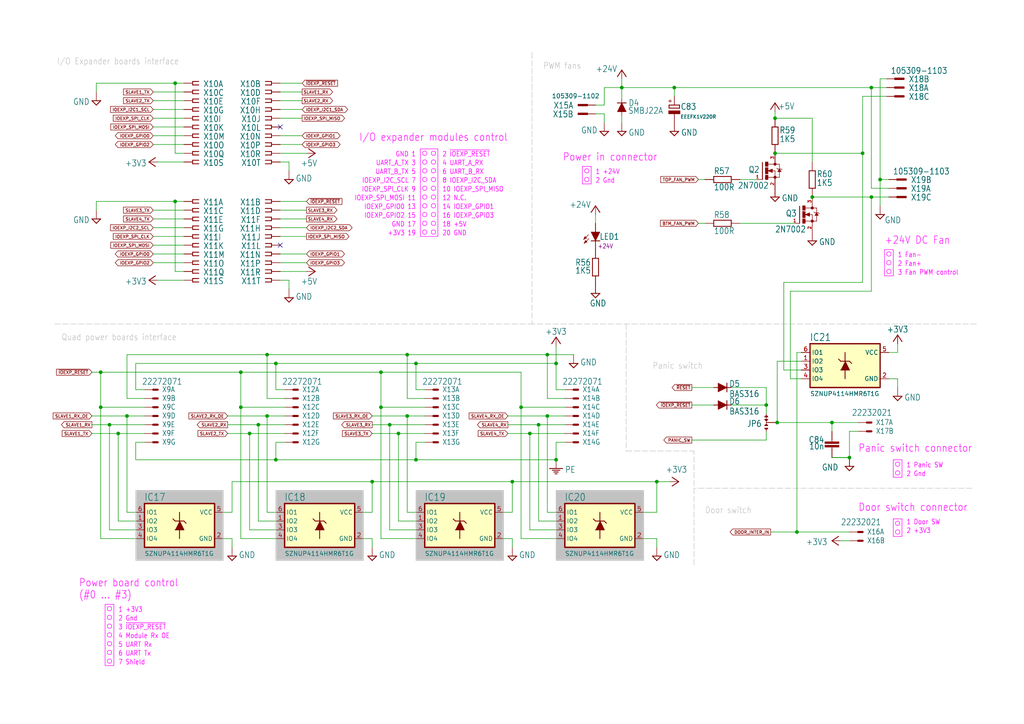
<source format=kicad_sch>
(kicad_sch (version 20230121) (generator eeschema)
  (paper "A4")
  (title_block (title "Envox Master MCU module") (date "2023-11-17") (rev "r2B6") (company "Envox International, Inc."))
  (junction (at 148.59 139.7))
  (junction (at 120.65 105.41))
  (junction (at 120.65 133.35))
  (junction (at 107.95 139.7))
  (junction (at 161.29 133.35))
  (junction (at 69.85 118.11))
  (junction (at 195.58 25.4))
  (junction (at 50.8 24.13))
  (junction (at 222.25 117.475))
  (junction (at 118.11 102.87))
  (junction (at 161.29 105.41))
  (junction (at 118.11 120.65))
  (junction (at 34.29 125.73))
  (junction (at 77.47 120.65))
  (junction (at 80.01 105.41))
  (junction (at 231.14 154.305))
  (junction (at 74.93 123.19))
  (junction (at 225.425 122.555))
  (junction (at 224.79 34.29))
  (junction (at 113.03 123.19))
  (junction (at 241.3 122.555))
  (junction (at 252.73 25.4))
  (junction (at 72.39 125.73))
  (junction (at 235.585 57.15))
  (junction (at 36.83 120.65))
  (junction (at 31.75 123.19))
  (junction (at 151.13 118.11))
  (junction (at 180.34 25.4))
  (junction (at 29.21 118.11))
  (junction (at 255.27 52.07))
  (junction (at 158.75 120.65))
  (junction (at 252.73 57.15))
  (junction (at 110.49 118.11))
  (junction (at 158.75 102.87))
  (junction (at 50.8 58.42))
  (junction (at 153.67 125.73))
  (junction (at 250.19 44.45))
  (junction (at 77.47 102.87))
  (junction (at 156.21 123.19))
  (junction (at 246.38 132.715))
  (junction (at 29.21 107.95))
  (junction (at 224.79 44.45))
  (junction (at 190.5 139.7))
  (junction (at 80.01 133.35))
  (junction (at 110.49 107.95))
  (junction (at 69.85 107.95))
  (junction (at 115.57 125.73))
  (no_connect (at 81.28 36.83))
  (no_connect (at 81.28 71.12))
  (wire (pts (xy 235.585 57.15) (xy 252.73 57.15)) (stroke (width 0.1524)))
  (wire (pts (xy 39.37 128.27) (xy 41.91 128.27)) (stroke (width 0.1524)))
  (wire (pts (xy 248.92 122.555) (xy 241.3 122.555)) (stroke (width 0.1524)))
  (wire (pts (xy 180.34 33.655) (xy 180.34 35.56)))
  (wire (pts (xy 207.01 117.475) (xy 200.66 117.475)) (stroke (width 0.1524)))
  (wire (pts (xy 232.41 107.315) (xy 227.33 107.315)) (stroke (width 0.1524)))
  (wire (pts (xy 82.55 128.27) (xy 80.01 128.27)) (stroke (width 0.1524)))
  (wire (pts (xy 29.21 107.95) (xy 29.21 118.11)))
  (wire (pts (xy 147.32 125.73) (xy 153.67 125.73)) (stroke (width 0.1524)))
  (polyline (pts (xy 283.21 93.98) (xy 154.305 93.98)) (stroke (width 0.1524) (type dash) (color 194 194 194 1)))
  (wire (pts (xy 151.13 118.11) (xy 151.13 107.95)))
  (wire (pts (xy 67.31 156.21) (xy 67.31 158.75)))
  (polyline (pts (xy 261.62 138.43) (xy 261.62 133.35)) (stroke (width 0.1524) (type solid) (color 255 0 255 1)))
  (wire (pts (xy 36.83 102.87) (xy 77.47 102.87)) (stroke (width 0.1524)))
  (wire (pts (xy 81.28 46.99) (xy 83.82 46.99)) (stroke (width 0.1524)))
  (wire (pts (xy 80.01 105.41) (xy 39.37 105.41)) (stroke (width 0.1524)))
  (wire (pts (xy 161.29 113.03) (xy 163.83 113.03)) (stroke (width 0.1524)))
  (wire (pts (xy 161.29 105.41) (xy 161.29 100.33)) (stroke (width 0.1524)))
  (wire (pts (xy 81.28 58.42) (xy 88.9 58.42)) (stroke (width 0.1524)))
  (wire (pts (xy 53.34 26.67) (xy 44.45 26.67)) (stroke (width 0.1524)))
  (wire (pts (xy 110.49 118.11) (xy 123.19 118.11)))
  (wire (pts (xy 53.34 31.75) (xy 44.45 31.75)) (stroke (width 0.1524)))
  (wire (pts (xy 53.34 66.04) (xy 44.45 66.04)) (stroke (width 0.1524)))
  (wire (pts (xy 39.37 113.03) (xy 41.91 113.03)) (stroke (width 0.1524)))
  (wire (pts (xy 53.34 24.13) (xy 50.8 24.13)) (stroke (width 0.1524)))
  (wire (pts (xy 123.19 120.65) (xy 118.11 120.65)) (stroke (width 0.1524)))
  (wire (pts (xy 39.37 153.67) (xy 31.75 153.67)))
  (wire (pts (xy 105.41 156.21) (xy 107.95 156.21)))
  (polyline (pts (xy 168.91 53.34) (xy 171.45 53.34)) (stroke (width 0.1524) (type solid) (color 255 0 255 1)))
  (wire (pts (xy 163.83 128.27) (xy 161.29 128.27)) (stroke (width 0.1524)))
  (polyline (pts (xy 168.91 53.34) (xy 168.91 48.26)) (stroke (width 0.1524) (type solid) (color 255 0 255 1)))
  (wire (pts (xy 107.95 148.59) (xy 107.95 139.7)))
  (wire (pts (xy 77.47 148.59) (xy 77.47 120.65)))
  (wire (pts (xy 241.3 125.095) (xy 241.3 122.555)) (stroke (width 0.1524)))
  (wire (pts (xy 77.47 120.65) (xy 82.55 120.65)) (stroke (width 0.1524)))
  (wire (pts (xy 120.65 105.41) (xy 120.65 113.03)) (stroke (width 0.1524)))
  (wire (pts (xy 80.01 113.03) (xy 80.01 105.41)) (stroke (width 0.1524)))
  (wire (pts (xy 229.235 84.455) (xy 252.73 84.455)) (stroke (width 0.1524)))
  (wire (pts (xy 72.39 125.73) (xy 72.39 153.67)))
  (wire (pts (xy 158.75 148.59) (xy 158.75 120.65)))
  (polyline (pts (xy 281.94 141.605) (xy 201.295 141.605)) (stroke (width 0.1524) (type dash) (color 194 194 194 1)))
  (wire (pts (xy 27.94 58.42) (xy 27.94 60.96)) (stroke (width 0.1524)))
  (wire (pts (xy 252.73 57.15) (xy 252.73 84.455)) (stroke (width 0.1524)))
  (wire (pts (xy 190.5 139.7) (xy 194.31 139.7)))
  (wire (pts (xy 120.65 133.35) (xy 161.29 133.35)) (stroke (width 0.1524)))
  (wire (pts (xy 113.03 123.19) (xy 107.95 123.19)) (stroke (width 0.1524)))
  (wire (pts (xy 81.28 66.04) (xy 88.9 66.04)) (stroke (width 0.1524)))
  (wire (pts (xy 81.28 76.2) (xy 88.9 76.2)) (stroke (width 0.1524)))
  (wire (pts (xy 151.13 156.21) (xy 151.13 118.11)))
  (wire (pts (xy 26.67 123.19) (xy 31.75 123.19)) (stroke (width 0.1524)))
  (polyline (pts (xy 259.08 155.575) (xy 259.08 150.495)) (stroke (width 0.1524) (type solid) (color 255 0 255 1)))
  (wire (pts (xy 53.34 73.66) (xy 44.45 73.66)) (stroke (width 0.1524)))
  (wire (pts (xy 39.37 128.27) (xy 39.37 133.35)) (stroke (width 0.1524)))
  (wire (pts (xy 53.34 78.74) (xy 50.8 78.74)) (stroke (width 0.1524)))
  (wire (pts (xy 202.565 64.77) (xy 204.47 64.77)))
  (wire (pts (xy 207.01 112.395) (xy 200.66 112.395)) (stroke (width 0.1524)))
  (wire (pts (xy 29.21 118.11) (xy 41.91 118.11)))
  (polyline (pts (xy 168.91 48.26) (xy 171.45 48.26)) (stroke (width 0.1524) (type solid) (color 255 0 255 1)))
  (wire (pts (xy 153.67 125.73) (xy 163.83 125.73)) (stroke (width 0.1524)))
  (polyline (pts (xy 259.08 138.43) (xy 259.08 133.35)) (stroke (width 0.1524) (type solid) (color 255 0 255 1)))
  (wire (pts (xy 81.28 24.13) (xy 87.63 24.13)) (stroke (width 0.1524)))
  (wire (pts (xy 53.34 81.28) (xy 45.72 81.28)) (stroke (width 0.1524)))
  (wire (pts (xy 53.34 71.12) (xy 44.45 71.12)) (stroke (width 0.1524)))
  (wire (pts (xy 147.32 123.19) (xy 156.21 123.19)) (stroke (width 0.1524)))
  (wire (pts (xy 172.72 33.02) (xy 175.26 33.02)) (stroke (width 0.1524)))
  (wire (pts (xy 224.79 32.385) (xy 224.79 34.29)))
  (wire (pts (xy 66.04 123.19) (xy 74.93 123.19)) (stroke (width 0.1524)))
  (wire (pts (xy 64.77 156.21) (xy 67.31 156.21)))
  (wire (pts (xy 224.79 34.29) (xy 235.585 34.29)))
  (wire (pts (xy 26.67 120.65) (xy 36.83 120.65)) (stroke (width 0.1524)))
  (wire (pts (xy 74.93 123.19) (xy 74.93 151.13)))
  (wire (pts (xy 53.34 34.29) (xy 44.45 34.29)) (stroke (width 0.1524)))
  (polyline (pts (xy 154.305 15.24) (xy 154.305 93.98)) (stroke (width 0.1524) (type dash) (color 194 194 194 1)))
  (wire (pts (xy 180.34 22.86) (xy 180.34 25.4)) (stroke (width 0.1524)))
  (wire (pts (xy 227.33 81.915) (xy 227.33 107.315)) (stroke (width 0.1524)))
  (wire (pts (xy 257.175 25.4) (xy 252.73 25.4)) (stroke (width 0.1524)))
  (polyline (pts (xy 259.08 150.495) (xy 261.62 150.495)) (stroke (width 0.1524) (type solid) (color 255 0 255 1)))
  (wire (pts (xy 257.175 22.86) (xy 255.27 22.86)) (stroke (width 0.1524)))
  (wire (pts (xy 34.29 151.13) (xy 34.29 125.73)))
  (wire (pts (xy 29.21 156.21) (xy 29.21 118.11)))
  (wire (pts (xy 257.81 102.235) (xy 260.35 102.235)) (stroke (width 0.1524)))
  (wire (pts (xy 229.235 84.455) (xy 229.235 109.855)) (stroke (width 0.1524)))
  (wire (pts (xy 80.01 153.67) (xy 72.39 153.67)))
  (wire (pts (xy 27.94 24.13) (xy 27.94 26.67)) (stroke (width 0.1524)))
  (polyline (pts (xy 259.08 133.35) (xy 261.62 133.35)) (stroke (width 0.1524) (type solid) (color 255 0 255 1)))
  (wire (pts (xy 81.28 68.58) (xy 88.9 68.58)) (stroke (width 0.1524)))
  (wire (pts (xy 81.28 78.74) (xy 88.9 78.74)) (stroke (width 0.1524)))
  (wire (pts (xy 246.38 125.095) (xy 246.38 132.715)) (stroke (width 0.1524)))
  (wire (pts (xy 36.83 120.65) (xy 41.91 120.65)) (stroke (width 0.1524)))
  (wire (pts (xy 80.01 128.27) (xy 80.01 133.35)) (stroke (width 0.1524)))
  (wire (pts (xy 31.75 123.19) (xy 41.91 123.19)) (stroke (width 0.1524)))
  (wire (pts (xy 50.8 24.13) (xy 27.94 24.13)) (stroke (width 0.1524)))
  (wire (pts (xy 77.47 102.87) (xy 118.11 102.87)) (stroke (width 0.1524)))
  (polyline (pts (xy 181.61 93.98) (xy 181.61 130.81)) (stroke (width 0.1524) (type dash) (color 194 194 194 1)))
  (wire (pts (xy 227.33 81.915) (xy 250.19 81.915)) (stroke (width 0.1524)))
  (wire (pts (xy 231.14 102.235) (xy 231.14 154.305)) (stroke (width 0.1524)))
  (wire (pts (xy 66.04 120.65) (xy 77.47 120.65)) (stroke (width 0.1524)))
  (wire (pts (xy 80.01 156.21) (xy 69.85 156.21)))
  (wire (pts (xy 225.425 104.775) (xy 232.41 104.775)) (stroke (width 0.1524)))
  (wire (pts (xy 195.58 25.4) (xy 252.73 25.4)) (stroke (width 0.1524)))
  (wire (pts (xy 260.35 109.855) (xy 260.35 112.395)) (stroke (width 0.1524)))
  (wire (pts (xy 115.57 125.73) (xy 107.95 125.73)) (stroke (width 0.1524)))
  (wire (pts (xy 81.28 60.96) (xy 88.9 60.96)) (stroke (width 0.1524)))
  (wire (pts (xy 120.65 133.35) (xy 80.01 133.35)) (stroke (width 0.1524)))
  (wire (pts (xy 81.28 44.45) (xy 88.9 44.45)) (stroke (width 0.1524)))
  (wire (pts (xy 69.85 118.11) (xy 82.55 118.11)))
  (wire (pts (xy 156.21 123.19) (xy 163.83 123.19)) (stroke (width 0.1524)))
  (wire (pts (xy 120.65 148.59) (xy 118.11 148.59)))
  (wire (pts (xy 53.34 60.96) (xy 44.45 60.96)) (stroke (width 0.1524)))
  (polyline (pts (xy 259.08 155.575) (xy 261.62 155.575)) (stroke (width 0.1524) (type solid) (color 255 0 255 1)))
  (wire (pts (xy 120.65 151.13) (xy 115.57 151.13)))
  (polyline (pts (xy 201.295 163.83) (xy 201.295 130.81)) (stroke (width 0.1524) (type dash) (color 194 194 194 1)))
  (wire (pts (xy 105.41 148.59) (xy 107.95 148.59)))
  (wire (pts (xy 83.82 49.53) (xy 83.82 46.99)) (stroke (width 0.1524)))
  (wire (pts (xy 153.67 125.73) (xy 153.67 153.67)))
  (wire (pts (xy 212.09 117.475) (xy 222.25 117.475)) (stroke (width 0.1524)))
  (wire (pts (xy 36.83 115.57) (xy 41.91 115.57)) (stroke (width 0.1524)))
  (wire (pts (xy 81.28 81.28) (xy 83.82 81.28)) (stroke (width 0.1524)))
  (wire (pts (xy 223.52 154.305) (xy 231.14 154.305)) (stroke (width 0.1524)))
  (wire (pts (xy 225.425 122.555) (xy 241.3 122.555)) (stroke (width 0.1524)))
  (wire (pts (xy 80.01 148.59) (xy 77.47 148.59)))
  (wire (pts (xy 69.85 107.95) (xy 69.85 118.11)))
  (wire (pts (xy 81.28 73.66) (xy 88.9 73.66)) (stroke (width 0.1524)))
  (wire (pts (xy 120.65 113.03) (xy 123.19 113.03)) (stroke (width 0.1524)))
  (wire (pts (xy 255.27 52.07) (xy 255.27 59.69)) (stroke (width 0.1524)))
  (wire (pts (xy 50.8 44.45) (xy 50.8 24.13)) (stroke (width 0.1524)))
  (wire (pts (xy 248.92 125.095) (xy 246.38 125.095)) (stroke (width 0.1524)))
  (wire (pts (xy 81.28 34.29) (xy 87.63 34.29)) (stroke (width 0.1524)))
  (wire (pts (xy 175.26 25.4) (xy 175.26 30.48)) (stroke (width 0.1524)))
  (wire (pts (xy 53.34 63.5) (xy 44.45 63.5)) (stroke (width 0.1524)))
  (wire (pts (xy 232.41 102.235) (xy 231.14 102.235)) (stroke (width 0.1524)))
  (wire (pts (xy 180.34 25.4) (xy 175.26 25.4)) (stroke (width 0.1524)))
  (wire (pts (xy 107.95 139.7) (xy 148.59 139.7)))
  (wire (pts (xy 252.73 57.15) (xy 257.81 57.15)) (stroke (width 0.1524)))
  (wire (pts (xy 29.21 107.95) (xy 69.85 107.95)) (stroke (width 0.1524)))
  (wire (pts (xy 72.39 125.73) (xy 82.55 125.73)) (stroke (width 0.1524)))
  (wire (pts (xy 53.34 44.45) (xy 50.8 44.45)) (stroke (width 0.1524)))
  (wire (pts (xy 246.38 156.845) (xy 243.84 156.845)) (stroke (width 0.1524)))
  (wire (pts (xy 39.37 151.13) (xy 34.29 151.13)))
  (wire (pts (xy 172.72 30.48) (xy 175.26 30.48)) (stroke (width 0.1524)))
  (wire (pts (xy 222.25 117.475) (xy 222.25 120.015)) (stroke (width 0.1524)))
  (wire (pts (xy 120.65 105.41) (xy 161.29 105.41)) (stroke (width 0.1524)))
  (wire (pts (xy 202.565 52.07) (xy 204.47 52.07)))
  (wire (pts (xy 39.37 156.21) (xy 29.21 156.21)))
  (wire (pts (xy 161.29 151.13) (xy 156.21 151.13)))
  (wire (pts (xy 225.425 104.775) (xy 225.425 122.555)) (stroke (width 0.1524)))
  (wire (pts (xy 36.83 115.57) (xy 36.83 102.87)) (stroke (width 0.1524)))
  (wire (pts (xy 232.41 109.855) (xy 229.235 109.855)) (stroke (width 0.1524)))
  (wire (pts (xy 222.25 127.635) (xy 200.66 127.635)) (stroke (width 0.1524)))
  (wire (pts (xy 110.49 156.21) (xy 110.49 118.11)))
  (wire (pts (xy 252.73 25.4) (xy 252.73 54.61)) (stroke (width 0.1524)))
  (wire (pts (xy 53.34 58.42) (xy 50.8 58.42)) (stroke (width 0.1524)))
  (wire (pts (xy 257.175 27.94) (xy 250.19 27.94)))
  (wire (pts (xy 39.37 148.59) (xy 36.83 148.59)))
  (wire (pts (xy 74.93 123.19) (xy 82.55 123.19)) (stroke (width 0.1524)))
  (wire (pts (xy 146.05 156.21) (xy 148.59 156.21)))
  (wire (pts (xy 163.83 120.65) (xy 158.75 120.65)) (stroke (width 0.1524)))
  (wire (pts (xy 118.11 120.65) (xy 107.95 120.65)) (stroke (width 0.1524)))
  (wire (pts (xy 53.34 68.58) (xy 44.45 68.58)) (stroke (width 0.1524)))
  (wire (pts (xy 163.83 115.57) (xy 158.75 115.57)) (stroke (width 0.1524)))
  (wire (pts (xy 53.34 76.2) (xy 44.45 76.2)) (stroke (width 0.1524)))
  (wire (pts (xy 81.28 26.67) (xy 87.63 26.67)) (stroke (width 0.1524)))
  (wire (pts (xy 80.01 133.35) (xy 39.37 133.35)) (stroke (width 0.1524)))
  (wire (pts (xy 146.05 148.59) (xy 148.59 148.59)))
  (wire (pts (xy 222.25 125.095) (xy 222.25 127.635)) (stroke (width 0.1524)))
  (wire (pts (xy 123.19 128.27) (xy 120.65 128.27)) (stroke (width 0.1524)))
  (wire (pts (xy 34.29 125.73) (xy 41.91 125.73)))
  (wire (pts (xy 110.49 107.95) (xy 110.49 118.11)))
  (wire (pts (xy 123.19 115.57) (xy 118.11 115.57)) (stroke (width 0.1524)))
  (wire (pts (xy 82.55 113.03) (xy 80.01 113.03)) (stroke (width 0.1524)))
  (wire (pts (xy 161.29 105.41) (xy 161.29 113.03)) (stroke (width 0.1524)))
  (wire (pts (xy 161.29 153.67) (xy 153.67 153.67)))
  (wire (pts (xy 161.29 156.21) (xy 151.13 156.21)))
  (wire (pts (xy 53.34 39.37) (xy 44.45 39.37)) (stroke (width 0.1524)))
  (wire (pts (xy 120.65 128.27) (xy 120.65 133.35)) (stroke (width 0.1524)))
  (wire (pts (xy 148.59 139.7) (xy 190.5 139.7)))
  (wire (pts (xy 257.81 109.855) (xy 260.35 109.855)) (stroke (width 0.1524)))
  (wire (pts (xy 118.11 115.57) (xy 118.11 102.87)) (stroke (width 0.1524)))
  (wire (pts (xy 250.19 27.94) (xy 250.19 44.45)))
  (wire (pts (xy 115.57 151.13) (xy 115.57 125.73)))
  (wire (pts (xy 120.65 156.21) (xy 110.49 156.21)))
  (wire (pts (xy 151.13 118.11) (xy 163.83 118.11)) (stroke (width 0.1524)))
  (wire (pts (xy 241.3 132.715) (xy 246.38 132.715)) (stroke (width 0.1524)))
  (wire (pts (xy 172.72 62.23) (xy 172.72 64.77)))
  (wire (pts (xy 77.47 115.57) (xy 77.47 102.87)) (stroke (width 0.1524)))
  (wire (pts (xy 69.85 107.95) (xy 110.49 107.95)) (stroke (width 0.1524)))
  (wire (pts (xy 53.34 29.21) (xy 44.45 29.21)) (stroke (width 0.1524)))
  (wire (pts (xy 118.11 102.87) (xy 158.75 102.87)) (stroke (width 0.1524)))
  (wire (pts (xy 148.59 148.59) (xy 148.59 139.7)))
  (wire (pts (xy 158.75 120.65) (xy 147.32 120.65)) (stroke (width 0.1524)))
  (wire (pts (xy 222.25 112.395) (xy 222.25 117.475)) (stroke (width 0.1524)))
  (wire (pts (xy 158.75 102.87) (xy 166.37 102.87)) (stroke (width 0.1524)))
  (wire (pts (xy 161.29 128.27) (xy 161.29 133.35)) (stroke (width 0.1524)))
  (wire (pts (xy 53.34 36.83) (xy 44.45 36.83)) (stroke (width 0.1524)))
  (wire (pts (xy 81.28 31.75) (xy 87.63 31.75)) (stroke (width 0.1524)))
  (wire (pts (xy 250.19 44.45) (xy 250.19 81.915)))
  (polyline (pts (xy 171.45 53.34) (xy 171.45 48.26)) (stroke (width 0.1524) (type solid) (color 255 0 255 1)))
  (wire (pts (xy 255.27 22.86) (xy 255.27 52.07)) (stroke (width 0.1524)))
  (wire (pts (xy 214.63 52.07) (xy 219.71 52.07)) (stroke (width 0.1524)))
  (wire (pts (xy 81.28 29.21) (xy 87.63 29.21)) (stroke (width 0.1524)))
  (wire (pts (xy 190.5 156.21) (xy 190.5 158.75)))
  (wire (pts (xy 161.29 148.59) (xy 158.75 148.59)))
  (wire (pts (xy 26.67 125.73) (xy 34.29 125.73)) (stroke (width 0.1524)))
  (wire (pts (xy 252.73 54.61) (xy 257.81 54.61)) (stroke (width 0.1524)))
  (wire (pts (xy 81.28 63.5) (xy 88.9 63.5)) (stroke (width 0.1524)))
  (wire (pts (xy 53.34 41.91) (xy 44.45 41.91)) (stroke (width 0.1524)))
  (wire (pts (xy 81.28 41.91) (xy 87.63 41.91)) (stroke (width 0.1524)))
  (wire (pts (xy 31.75 123.19) (xy 31.75 153.67)))
  (wire (pts (xy 123.19 125.73) (xy 115.57 125.73)) (stroke (width 0.1524)))
  (wire (pts (xy 36.83 120.65) (xy 36.83 148.59)))
  (wire (pts (xy 50.8 58.42) (xy 27.94 58.42)) (stroke (width 0.1524)))
  (wire (pts (xy 212.09 112.395) (xy 222.25 112.395)) (stroke (width 0.1524)))
  (wire (pts (xy 224.79 44.45) (xy 250.19 44.45)))
  (wire (pts (xy 118.11 148.59) (xy 118.11 120.65)))
  (wire (pts (xy 195.58 27.94) (xy 195.58 25.4)) (stroke (width 0.1524)))
  (wire (pts (xy 80.01 105.41) (xy 120.65 105.41)) (stroke (width 0.1524)))
  (wire (pts (xy 190.5 148.59) (xy 190.5 139.7)))
  (wire (pts (xy 158.75 115.57) (xy 158.75 102.87)) (stroke (width 0.1524)))
  (wire (pts (xy 66.04 125.73) (xy 72.39 125.73)) (stroke (width 0.1524)))
  (wire (pts (xy 113.03 153.67) (xy 113.03 123.19)))
  (wire (pts (xy 67.31 148.59) (xy 67.31 139.7)))
  (wire (pts (xy 214.63 64.77) (xy 230.505 64.77)) (stroke (width 0.1524)))
  (wire (pts (xy 120.65 153.67) (xy 113.03 153.67)))
  (wire (pts (xy 255.27 52.07) (xy 257.81 52.07)) (stroke (width 0.1524)))
  (wire (pts (xy 64.77 148.59) (xy 67.31 148.59)))
  (wire (pts (xy 231.14 154.305) (xy 246.38 154.305)) (stroke (width 0.1524)))
  (wire (pts (xy 195.58 25.4) (xy 180.34 25.4)) (stroke (width 0.1524)))
  (wire (pts (xy 186.69 148.59) (xy 190.5 148.59)))
  (wire (pts (xy 82.55 115.57) (xy 77.47 115.57)) (stroke (width 0.1524)))
  (wire (pts (xy 260.35 102.235) (xy 260.35 99.695)) (stroke (width 0.1524)))
  (polyline (pts (xy 261.62 155.575) (xy 261.62 150.495)) (stroke (width 0.1524) (type solid) (color 255 0 255 1)))
  (wire (pts (xy 83.82 83.82) (xy 83.82 81.28)) (stroke (width 0.1524)))
  (wire (pts (xy 186.69 156.21) (xy 190.5 156.21)))
  (wire (pts (xy 80.01 151.13) (xy 74.93 151.13)))
  (wire (pts (xy 53.34 46.99) (xy 45.72 46.99)) (stroke (width 0.1524)))
  (wire (pts (xy 50.8 78.74) (xy 50.8 58.42)) (stroke (width 0.1524)))
  (wire (pts (xy 110.49 107.95) (xy 151.13 107.95)) (stroke (width 0.1524)))
  (wire (pts (xy 241.3 132.715) (xy 246.38 132.715)))
  (wire (pts (xy 67.31 139.7) (xy 107.95 139.7)))
  (polyline (pts (xy 181.61 130.81) (xy 201.295 130.81)) (stroke (width 0.1524) (type dash) (color 194 194 194 1)))
  (wire (pts (xy 107.95 156.21) (xy 107.95 158.75)))
  (wire (pts (xy 175.26 33.02) (xy 175.26 35.56)) (stroke (width 0.1524)))
  (wire (pts (xy 123.19 123.19) (xy 113.03 123.19)) (stroke (width 0.1524)))
  (wire (pts (xy 180.34 25.4) (xy 180.34 28.575)))
  (wire (pts (xy 81.28 39.37) (xy 87.63 39.37)) (stroke (width 0.1524)))
  (wire (pts (xy 235.585 34.29) (xy 235.585 46.99)))
  (wire (pts (xy 39.37 113.03) (xy 39.37 105.41)) (stroke (width 0.1524)))
  (wire (pts (xy 148.59 156.21) (xy 148.59 158.75)))
  (wire (pts (xy 224.79 122.555) (xy 225.425 122.555)) (stroke (width 0.1524)))
  (wire (pts (xy 69.85 156.21) (xy 69.85 118.11)))
  (polyline (pts (xy 15.875 93.98) (xy 154.305 93.98)) (stroke (width 0.1524) (type dash) (color 194 194 194 1)))
  (wire (pts (xy 156.21 123.19) (xy 156.21 151.13)))
  (polyline (pts (xy 259.08 138.43) (xy 261.62 138.43)) (stroke (width 0.1524) (type solid) (color 255 0 255 1)))
  (wire (pts (xy 29.21 107.95) (xy 26.67 107.95)) (stroke (width 0.1524)))
  (rectangle (start 121.92 43.18) (end 127 68.58) (stroke (width 0) (color 255 0 255 1)))
  (rectangle (start 80.01 142.24) (end 105.41 162.56) (stroke (width 0) (color 194 194 194 1)) (fill (type color) (color 194 194 194 1)))
  (circle (center 123.19 46.99) (radius 0.635) (stroke (width 0.1524) (color 255 0 255 1)))
  (circle (center 257.81 76.2) (radius 0.635) (stroke (width 0.1524) (color 255 0 255 1)))
  (circle (center 31.75 181.61) (radius 0.635) (stroke (width 0.1524) (color 255 0 255 1)))
  (rectangle (start 39.37 142.24) (end 64.77 162.56) (stroke (width 0) (color 194 194 194 1)) (fill (type color) (color 194 194 194 1)))
  (circle (center 123.19 57.15) (radius 0.635) (stroke (width 0.1524) (color 255 0 255 1)))
  (circle (center 125.73 49.53) (radius 0.635) (stroke (width 0.1524) (color 255 0 255 1)))
  (circle (center 257.81 78.74) (radius 0.635) (stroke (width 0.1524) (color 255 0 255 1)))
  (circle (center 125.73 52.07) (radius 0.635) (stroke (width 0.1524) (color 255 0 255 1)))
  (circle (center 31.75 189.23) (radius 0.635) (stroke (width 0.1524) (color 255 0 255 1)))
  (rectangle (start 161.29 142.24) (end 186.69 162.56) (stroke (width 0) (color 194 194 194 1)) (fill (type color) (color 194 194 194 1)))
  (rectangle (start 120.65 142.24) (end 146.05 162.56) (stroke (width 0) (color 194 194 194 1)) (fill (type color) (color 194 194 194 1)))
  (circle (center 123.19 59.69) (radius 0.635) (stroke (width 0.1524) (color 255 0 255 1)))
  (circle (center 170.18 49.53) (radius 0.635) (stroke (width 0.1524) (color 255 0 255 1)))
  (circle (center 31.75 176.53) (radius 0.635) (stroke (width 0.1524) (color 255 0 255 1)))
  (circle (center 125.73 57.15) (radius 0.635) (stroke (width 0.1524) (color 255 0 255 1)))
  (circle (center 123.19 62.23) (radius 0.635) (stroke (width 0.1524) (color 255 0 255 1)))
  (circle (center 123.19 67.31) (radius 0.635) (stroke (width 0.1524) (color 255 0 255 1)))
  (circle (center 123.19 44.45) (radius 0.635) (stroke (width 0.1524) (color 255 0 255 1)))
  (circle (center 125.73 64.77) (radius 0.635) (stroke (width 0.1524) (color 255 0 255 1)))
  (circle (center 125.73 54.61) (radius 0.635) (stroke (width 0.1524) (color 255 0 255 1)))
  (circle (center 260.35 154.305) (radius 0.635) (stroke (width 0.1524) (color 255 0 255 1)))
  (circle (center 123.19 49.53) (radius 0.635) (stroke (width 0.1524) (color 255 0 255 1)))
  (circle (center 260.35 151.765) (radius 0.635) (stroke (width 0.1524) (color 255 0 255 1)))
  (circle (center 260.35 137.16) (radius 0.635) (stroke (width 0.1524) (color 255 0 255 1)))
  (circle (center 125.73 46.99) (radius 0.635) (stroke (width 0.1524) (color 255 0 255 1)))
  (circle (center 125.73 59.69) (radius 0.635) (stroke (width 0.1524) (color 255 0 255 1)))
  (circle (center 260.35 134.62) (radius 0.635) (stroke (width 0.1524) (color 255 0 255 1)))
  (circle (center 31.75 186.69) (radius 0.635) (stroke (width 0.1524) (color 255 0 255 1)))
  (circle (center 123.19 54.61) (radius 0.635) (stroke (width 0.1524) (color 255 0 255 1)))
  (circle (center 123.19 52.07) (radius 0.635) (stroke (width 0.1524) (color 255 0 255 1)))
  (circle (center 125.73 44.45) (radius 0.635) (stroke (width 0.1524) (color 255 0 255 1)))
  (circle (center 125.73 62.23) (radius 0.635) (stroke (width 0.1524) (color 255 0 255 1)))
  (circle (center 31.75 179.07) (radius 0.635) (stroke (width 0.1524) (color 255 0 255 1)))
  (circle (center 123.19 64.77) (radius 0.635) (stroke (width 0.1524) (color 255 0 255 1)))
  (circle (center 125.73 67.31) (radius 0.635) (stroke (width 0.1524) (color 255 0 255 1)))
  (circle (center 31.75 184.15) (radius 0.635) (stroke (width 0.1524) (color 255 0 255 1)))
  (circle (center 257.81 73.66) (radius 0.635) (stroke (width 0.1524) (color 255 0 255 1)))
  (rectangle (start 30.48 175.26) (end 33.02 193.04) (stroke (width 0) (color 255 0 255 1)))
  (circle (center 170.18 52.07) (radius 0.635) (stroke (width 0.1524) (color 255 0 255 1)))
  (circle (center 31.75 191.77) (radius 0.635) (stroke (width 0.1524) (color 255 0 255 1)))
  (rectangle (start 256.54 72.39) (end 259.08 80.01) (stroke (width 0) (color 255 0 255 1)))
  (text "2 Gnd" (at 34.29 180.34 0) (effects (font (size 1.4224 1.209)) (justify left bottom)))
  (text "16 IOEXP_GPIO3" (at 128.27 63.5 0) (effects (font (size 1.4224 1.209)) (justify left bottom)))
  (text "20 GND" (at 128.27 68.58 0) (effects (font (size 1.4224 1.209)) (justify left bottom)))
  (text "6 UART Tx" (at 34.29 190.5 0) (effects (font (size 1.4224 1.209)) (justify left bottom)))
  (text "7 Shield" (at 34.29 193.04 0) (effects (font (size 1.4224 1.209)) (justify left bottom)))
  (text "PWM fans" (at 157.48 20.32 0) (effects (font (size 1.778 1.5113)) (justify left bottom)))
  (text "IOEXP_GPIO0 13" (at 120.65 60.96 0) (effects (font (size 1.4224 1.209)) (justify right bottom)))
  (text "18 +5V" (at 128.27 66.04 0) (effects (font (size 1.4224 1.209)) (justify left bottom)))
  (text "10 IOEXP_SPI_MISO" (at 128.27 55.88 0) (effects (font (size 1.4224 1.209)) (justify left bottom)))
  (text "4 UART_A_RX" (at 128.27 48.26 0) (effects (font (size 1.4224 1.209)) (justify left bottom)))
  (text "IOEXP_SPI_MOSI 11" (at 120.65 58.42 0) (effects (font (size 1.4224 1.209)) (justify right bottom)))
  (text "1 Door SW" (at 262.89 152.4 0) (effects (font (size 1.4224 1.209)) (justify left bottom)))
  (text "Quad power boards interface" (at 17.78 99.06 0) (effects (font (size 1.778 1.5113)) (justify left bottom)))
  (text "6 UART_B_RX" (at 128.27 50.8 0) (effects (font (size 1.4224 1.209)) (justify left bottom)))
  (text "Door switch connector" (at 248.92 148.59 0) (effects (font (size 2.1844 1.8567)) (justify left bottom)))
  (text "+24V" (at 173.355 72.39 0) (effects (font (size 1.27 1.0795)) (justify left bottom)))
  (text "I/O expander modules control" (at 104.14 41.275 0) (effects (font (size 2.1844 1.8567)) (justify left bottom)))
  (text "14 IOEXP_GPIO1" (at 128.27 60.96 0) (effects (font (size 1.4224 1.209)) (justify left bottom)))
  (text "Panic switch" (at 189.23 107.315 0) (effects (font (size 1.778 1.5113)) (justify left bottom)))
  (text "1 +24V" (at 172.72 50.8 0) (effects (font (size 1.4224 1.209)) (justify left bottom)))
  (text "UART_B_TX 5" (at 120.65 50.8 0) (effects (font (size 1.4224 1.209)) (justify right bottom)))
  (text "I/O Expander boards interface" (at 16.51 19.05 0) (effects (font (size 1.778 1.5113)) (justify left bottom)))
  (text "4 Module Rx OE" (at 34.29 185.42 0) (effects (font (size 1.4224 1.209)) (justify left bottom)))
  (text "1 Panic SW" (at 262.89 135.89 0) (effects (font (size 1.4224 1.209)) (justify left bottom)))
  (text "12 N.C." (at 128.27 58.42 0) (effects (font (size 1.4224 1.209)) (justify left bottom)))
  (text "IOEXP_GPIO2 15" (at 120.65 63.5 0) (effects (font (size 1.4224 1.209)) (justify right bottom)))
  (text "1 +3V3" (at 34.29 177.8 0) (effects (font (size 1.4224 1.209)) (justify left bottom)))
  (text "2 Gnd" (at 172.72 53.34 0) (effects (font (size 1.4224 1.209)) (justify left bottom)))
  (text "2 Fan+" (at 260.35 77.47 0) (effects (font (size 1.4224 1.209)) (justify left bottom)))
  (text "UART_A_TX 3" (at 120.65 48.26 0) (effects (font (size 1.4224 1.209)) (justify right bottom)))
  (text "Power board control\n(#0 ... #3)" (at 22.86 173.99 0) (effects (font (size 2.1844 1.8567)) (justify left bottom)))
  (text "GND 17" (at 120.65 66.04 0) (effects (font (size 1.4224 1.209)) (justify right bottom)))
  (text "+3V3 19" (at 120.65 68.58 0) (effects (font (size 1.4224 1.209)) (justify right bottom)))
  (text "2 Gnd" (at 262.89 138.43 0) (effects (font (size 1.4224 1.209)) (justify left bottom)))
  (text "Panic switch connector" (at 248.92 131.445 0) (effects (font (size 2.1844 1.8567)) (justify left bottom)))
  (text "1 Fan-" (at 260.35 74.93 0) (effects (font (size 1.4224 1.209)) (justify left bottom)))
  (text "GND 1" (at 120.65 45.72 0) (effects (font (size 1.4224 1.209)) (justify right bottom)))
  (text "Door switch" (at 204.47 149.225 0) (effects (font (size 1.778 1.5113)) (justify left bottom)))
  (text "Power in connector" (at 163.195 46.99 0) (effects (font (size 2.1844 1.8567)) (justify left bottom)))
  (text "3 Fan PWM control" (at 260.35 80.01 0) (effects (font (size 1.4224 1.209)) (justify left bottom)))
  (text "8 IOEXP_I2C_SDA" (at 128.27 53.34 0) (effects (font (size 1.4224 1.209)) (justify left bottom)))
  (text "2 ~{IOEXP_RESET}" (at 128.27 45.72 0) (effects (font (size 1.4224 1.209)) (justify left bottom)))
  (text "IOEXP_SPI_CLK 9" (at 120.65 55.88 0) (effects (font (size 1.4224 1.209)) (justify right bottom)))
  (text "+24V DC Fan" (at 256.54 71.12 0) (effects (font (size 2.1844 1.8567)) (justify left bottom)))
  (text "3 ~{IOEXP_RESET}" (at 34.29 182.88 0) (effects (font (size 1.4224 1.209)) (justify left bottom)))
  (text "IOEXP_I2C_SCL 7" (at 120.65 53.34 0) (effects (font (size 1.4224 1.209)) (justify right bottom)))
  (text "2 +3V3" (at 262.89 154.94 0) (effects (font (size 1.4224 1.209)) (justify left bottom)))
  (text "5 UART Rx" (at 34.29 187.96 0) (effects (font (size 1.4224 1.209)) (justify left bottom)))
  (global_label "~{IOEXP_RESET}" (shape input) (at 26.67 107.95 180) (effects (font (size 0.889 0.889))) (property "Intersheetrefs" "${INTERSHEET_REFS}" (effects hide)))
  (global_label "IOEXP_GPIO0" (shape bidirectional) (at 44.45 39.37 180) (effects (font (size 0.889 0.889))) (property "Intersheetrefs" "${INTERSHEET_REFS}" (effects hide)))
  (global_label "SLAVE1_TX" (shape input) (at 44.45 26.67 180) (effects (font (size 0.889 0.889))) (property "Intersheetrefs" "${INTERSHEET_REFS}" (effects hide)))
  (global_label "IOEXP_GPIO1" (shape bidirectional) (at 88.9 73.66 0) (effects (font (size 0.889 0.889))) (property "Intersheetrefs" "${INTERSHEET_REFS}" (effects hide)))
  (global_label "SLAVE2_RX_OE" (shape input) (at 66.04 120.65 180) (effects (font (size 0.889 0.889))) (property "Intersheetrefs" "${INTERSHEET_REFS}" (effects hide)))
  (global_label "SLAVE2_TX" (shape input) (at 44.45 29.21 180) (effects (font (size 0.889 0.889))) (property "Intersheetrefs" "${INTERSHEET_REFS}" (effects hide)))
  (global_label "SLAVE3_RX" (shape output) (at 107.95 123.19 180) (effects (font (size 0.889 0.889))) (property "Intersheetrefs" "${INTERSHEET_REFS}" (effects hide)))
  (global_label "IOEXP_I2C2_SCL" (shape input) (at 44.45 66.04 180) (effects (font (size 0.889 0.889))) (property "Intersheetrefs" "${INTERSHEET_REFS}" (effects hide)))
  (global_label "SLAVE3_RX_OE" (shape input) (at 107.95 120.65 180) (effects (font (size 0.889 0.889))) (property "Intersheetrefs" "${INTERSHEET_REFS}" (effects hide)))
  (global_label "IOEXP_GPIO1" (shape bidirectional) (at 87.63 39.37 0) (effects (font (size 0.889 0.889))) (property "Intersheetrefs" "${INTERSHEET_REFS}" (effects hide)))
  (global_label "IOEXP_GPIO0" (shape bidirectional) (at 44.45 73.66 180) (effects (font (size 0.889 0.889))) (property "Intersheetrefs" "${INTERSHEET_REFS}" (effects hide)))
  (global_label "SLAVE4_RX" (shape output) (at 147.32 123.19 180) (effects (font (size 0.889 0.889))) (property "Intersheetrefs" "${INTERSHEET_REFS}" (effects hide)))
  (global_label "SLAVE1_RX" (shape output) (at 26.67 123.19 180) (effects (font (size 0.889 0.889))) (property "Intersheetrefs" "${INTERSHEET_REFS}" (effects hide)))
  (global_label "SLAVE2_RX" (shape output) (at 66.04 123.19 180) (effects (font (size 0.889 0.889))) (property "Intersheetrefs" "${INTERSHEET_REFS}" (effects hide)))
  (global_label "BTM_FAN_PWM" (shape input) (at 202.565 64.77 180) (effects (font (size 0.889 0.889))) (property "Intersheetrefs" "${INTERSHEET_REFS}" (effects hide)))
  (global_label "IOEXP_GPIO3" (shape bidirectional) (at 87.63 41.91 0) (effects (font (size 0.889 0.889))) (property "Intersheetrefs" "${INTERSHEET_REFS}" (effects hide)))
  (global_label "SLAVE3_TX" (shape input) (at 107.95 125.73 180) (effects (font (size 0.889 0.889))) (property "Intersheetrefs" "${INTERSHEET_REFS}" (effects hide)))
  (global_label "~{RESET}" (shape output) (at 200.66 112.395 180) (effects (font (size 0.889 0.889))) (property "Intersheetrefs" "${INTERSHEET_REFS}" (effects hide)))
  (global_label "SLAVE1_RX_OE" (shape input) (at 26.67 120.65 180) (effects (font (size 0.889 0.889))) (property "Intersheetrefs" "${INTERSHEET_REFS}" (effects hide)))
  (global_label "SLAVE4_TX" (shape input) (at 44.45 63.5 180) (effects (font (size 0.889 0.889))) (property "Intersheetrefs" "${INTERSHEET_REFS}" (effects hide)))
  (global_label "IOEXP_I2C1_SDA" (shape bidirectional) (at 87.63 31.75 0) (effects (font (size 0.889 0.889))) (property "Intersheetrefs" "${INTERSHEET_REFS}" (effects hide)))
  (global_label "SLAVE2_RX" (shape output) (at 87.63 29.21 0) (effects (font (size 0.889 0.889))) (property "Intersheetrefs" "${INTERSHEET_REFS}" (effects hide)))
  (global_label "~{IOEXP_RESET}" (shape input) (at 88.9 58.42 0) (effects (font (size 0.889 0.889))) (property "Intersheetrefs" "${INTERSHEET_REFS}" (effects hide)))
  (global_label "IOEXP_I2C2_SDA" (shape bidirectional) (at 88.9 66.04 0) (effects (font (size 0.889 0.889))) (property "Intersheetrefs" "${INTERSHEET_REFS}" (effects hide)))
  (global_label "IOEXP_GPIO2" (shape bidirectional) (at 44.45 76.2 180) (effects (font (size 0.889 0.889))) (property "Intersheetrefs" "${INTERSHEET_REFS}" (effects hide)))
  (global_label "SLAVE3_TX" (shape input) (at 44.45 60.96 180) (effects (font (size 0.889 0.889))) (property "Intersheetrefs" "${INTERSHEET_REFS}" (effects hide)))
  (global_label "SLAVE1_RX" (shape output) (at 87.63 26.67 0) (effects (font (size 0.889 0.889))) (property "Intersheetrefs" "${INTERSHEET_REFS}" (effects hide)))
  (global_label "IOEXP_I2C1_SCL" (shape input) (at 44.45 31.75 180) (effects (font (size 0.889 0.889))) (property "Intersheetrefs" "${INTERSHEET_REFS}" (effects hide)))
  (global_label "IOEXP_GPIO3" (shape bidirectional) (at 88.9 76.2 0) (effects (font (size 0.889 0.889))) (property "Intersheetrefs" "${INTERSHEET_REFS}" (effects hide)))
  (global_label "DOOR_INTER_IN" (shape output) (at 223.52 154.305 180) (effects (font (size 0.889 0.889))) (property "Intersheetrefs" "${INTERSHEET_REFS}" (effects hide)))
  (global_label "SLAVE1_TX" (shape input) (at 26.67 125.73 180) (effects (font (size 0.889 0.889))) (property "Intersheetrefs" "${INTERSHEET_REFS}" (effects hide)))
  (global_label "IOEXP_SPI_CLK" (shape input) (at 44.45 68.58 180) (effects (font (size 0.889 0.889))) (property "Intersheetrefs" "${INTERSHEET_REFS}" (effects hide)))
  (global_label "TOP_FAN_PWM" (shape input) (at 202.565 52.07 180) (effects (font (size 0.889 0.889))) (property "Intersheetrefs" "${INTERSHEET_REFS}" (effects hide)))
  (global_label "IOEXP_SPI_MOSI" (shape input) (at 44.45 71.12 180) (effects (font (size 0.889 0.889))) (property "Intersheetrefs" "${INTERSHEET_REFS}" (effects hide)))
  (global_label "IOEXP_GPIO2" (shape bidirectional) (at 44.45 41.91 180) (effects (font (size 0.889 0.889))) (property "Intersheetrefs" "${INTERSHEET_REFS}" (effects hide)))
  (global_label "IOEXP_SPI_MOSI" (shape input) (at 44.45 36.83 180) (effects (font (size 0.889 0.889))) (property "Intersheetrefs" "${INTERSHEET_REFS}" (effects hide)))
  (global_label "IOEXP_SPI_MISO" (shape output) (at 87.63 34.29 0) (effects (font (size 0.889 0.889))) (property "Intersheetrefs" "${INTERSHEET_REFS}" (effects hide)))
  (global_label "~{IOEXP_RESET}" (shape input) (at 87.63 24.13 0) (effects (font (size 0.889 0.889))) (property "Intersheetrefs" "${INTERSHEET_REFS}" (effects hide)))
  (global_label "SLAVE3_RX" (shape output) (at 88.9 60.96 0) (effects (font (size 0.889 0.889))) (property "Intersheetrefs" "${INTERSHEET_REFS}" (effects hide)))
  (global_label "~{IOEXP_RESET}" (shape output) (at 200.66 117.475 180) (effects (font (size 0.889 0.889))) (property "Intersheetrefs" "${INTERSHEET_REFS}" (effects hide)))
  (global_label "PANIC_SW" (shape output) (at 200.66 127.635 180) (effects (font (size 0.889 0.889))) (property "Intersheetrefs" "${INTERSHEET_REFS}" (effects hide)))
  (global_label "SLAVE2_TX" (shape input) (at 66.04 125.73 180) (effects (font (size 0.889 0.889))) (property "Intersheetrefs" "${INTERSHEET_REFS}" (effects hide)))
  (global_label "SLAVE4_TX" (shape input) (at 147.32 125.73 180) (effects (font (size 0.889 0.889))) (property "Intersheetrefs" "${INTERSHEET_REFS}" (effects hide)))
  (global_label "IOEXP_SPI_MISO" (shape output) (at 88.9 68.58 0) (effects (font (size 0.889 0.889))) (property "Intersheetrefs" "${INTERSHEET_REFS}" (effects hide)))
  (global_label "SLAVE4_RX_OE" (shape input) (at 147.32 120.65 180) (effects (font (size 0.889 0.889))) (property "Intersheetrefs" "${INTERSHEET_REFS}" (effects hide)))
  (global_label "IOEXP_SPI_CLK" (shape input) (at 44.45 34.29 180) (effects (font (size 0.889 0.889))) (property "Intersheetrefs" "${INTERSHEET_REFS}" (effects hide)))
  (global_label "SLAVE4_RX" (shape output) (at 88.9 63.5 0) (effects (font (size 0.889 0.889))) (property "Intersheetrefs" "${INTERSHEET_REFS}" (effects hide)))
  (symbol (lib_id "Library:22-?-0727-2071") (at 166.37 113.03 0) (unit 1)
    (property "Reference" "X14" (at 168.91 113.792 0) (effects (font (size 1.524 1.2954)) (justify left bottom)))
    (property "Value" "22272071" (at 163.068 111.633 0) (effects (font (size 1.778 1.5113)) (justify left bottom)))
    (property "Footprint" "Library:6410-07" (effects hide))
  )
  (symbol (lib_id "Library:SSW-110-02-T-D-RA") (at 81.28 44.45 0) (unit 18)
    (property "Reference" "X10" (at 75.692 43.688 0) (effects (font (size 1.778 1.5113)) (justify right top)))
    (property "Value" "SSW-110-02-T-D-RA" (effects hide))
    (property "Footprint" "Library:SSW-110-02-T-D-RA" (effects hide))
  )
  (symbol (lib_id "Library:22-?-0727-2071") (at 85.09 128.27 0) (unit 7)
    (property "Reference" "X12" (at 87.63 129.032 0) (effects (font (size 1.524 1.2954)) (justify left bottom)))
    (property "Value" "22272071" (effects hide))
    (property "Footprint" "Library:6410-07" (effects hide))
  )
  (symbol (lib_id "Library:SSW-110-02-T-D-RA") (at 53.34 66.04 0) (mirror y) (unit 7)
    (property "Reference" "X11" (at 58.928 65.278 0) (effects (font (size 1.778 1.5113)) (justify right top)))
    (property "Value" "SSW-110-02-T-D-RA" (effects hide))
    (property "Footprint" "Library:SSW-110-02-T-D-RA" (effects hide))
  )
  (symbol (lib_id "Library:22-?-0727-2071") (at 85.09 125.73 0) (unit 6)
    (property "Reference" "X12" (at 87.63 126.492 0) (effects (font (size 1.524 1.2954)) (justify left bottom)))
    (property "Value" "22272071" (effects hide))
    (property "Footprint" "Library:6410-07" (effects hide))
  )
  (symbol (lib_id "Envox H745 Master MCU r2B6-eagle-import:GND") (at 27.94 63.5 0) (unit 1)
    (property "Reference" "#SUPPLY077" (effects hide))
    (property "Value" "GND" (at 26.035 64.77 0) (effects (font (size 1.778 1.5113)) (justify right bottom)))
  )
  (symbol (lib_id "Library:SZNUP4114HMR6T1G") (at 92.71 151.13 0) (unit 1)
    (property "Reference" "IC18" (at 82.423 145.3388 0) (effects (font (size 2.0828 1.7703)) (justify left bottom)))
    (property "Value" "SZNUP4114HMR6T1G" (at 82.55 161.29 0) (effects (justify left bottom)))
    (property "Footprint" "Library:TSOP-6_1P50X3_ONS-M" (effects hide))
  )
  (symbol (lib_id "Envox H745 Master MCU r2B6-eagle-import:GND") (at 260.35 114.935 0) (unit 1)
    (property "Reference" "#SUPPLY093" (effects hide))
    (property "Value" "GND" (at 262.255 114.3 0) (effects (font (size 1.778 1.5113)) (justify left top)))
  )
  (symbol (lib_id "Library:SSW-110-02-T-D-RA") (at 53.34 46.99 0) (mirror y) (unit 19)
    (property "Reference" "X10" (at 58.928 46.228 0) (effects (font (size 1.778 1.5113)) (justify right top)))
    (property "Value" "SSW-110-02-T-D-RA" (effects hide))
    (property "Footprint" "Library:SSW-110-02-T-D-RA" (effects hide))
  )
  (symbol (lib_id "Library:22-?-0727-2071") (at 166.37 120.65 0) (unit 4)
    (property "Reference" "X14" (at 168.91 121.412 0) (effects (font (size 1.524 1.2954)) (justify left bottom)))
    (property "Value" "22272071" (effects hide))
    (property "Footprint" "Library:6410-07" (effects hide))
  )
  (symbol (lib_id "Envox H745 Master MCU r2B6-eagle-import:GND") (at 83.82 86.36 0) (unit 1)
    (property "Reference" "#SUPPLY080" (effects hide))
    (property "Value" "GND" (at 85.725 86.995 0) (effects (font (size 1.778 1.5113)) (justify left bottom)))
  )
  (symbol (lib_id "Library:JP3-CUT-0805-ROTATED") (at 222.25 122.555 0) (mirror x) (unit 1) (in_bom no)
    (property "Reference" "JP6" (at 220.98 121.92 0) (effects (font (size 1.778 1.5113)) (justify right bottom)))
    (property "Value" "JP3-CUT-0805-ROTATED" (effects hide))
    (property "Footprint" "Library:JP3-0805-CUT2" (effects hide))
  )
  (symbol (lib_id "Library:SSW-110-02-T-D-RA") (at 53.34 58.42 0) (mirror y) (unit 1)
    (property "Reference" "X11" (at 58.928 57.658 0) (effects (font (size 1.778 1.5113)) (justify right top)))
    (property "Value" "SSW-110-02-T-D-RA" (effects hide))
    (property "Footprint" "Library:SSW-110-02-T-D-RA" (effects hide))
  )
  (symbol (lib_id "Library:22-?-0227-2021") (at 251.46 125.095 0) (unit 2)
    (property "Reference" "X17" (at 254 125.857 0) (effects (font (size 1.524 1.2954)) (justify left bottom)))
    (property "Value" "22232021" (effects hide))
    (property "Footprint" "Library:6410-02" (effects hide))
    (property "Envox" "UV00000041" (effects hide))
  )
  (symbol (lib_id "Envox H745 Master MCU r2B6-eagle-import:+5V") (at 224.79 29.845 0) (unit 1)
    (property "Reference" "#P+06" (effects hide))
    (property "Value" "+5V" (at 230.505 29.845 0) (effects (font (size 1.778 1.5113)) (justify right top)))
    (instances (project "H745 CM4 module" (path "" (reference "#P+07") (unit 1))))
  )
  (symbol (lib_id "Library:22-?-0727-2071") (at 166.37 115.57 0) (unit 2)
    (property "Reference" "X14" (at 168.91 116.332 0) (effects (font (size 1.524 1.2954)) (justify left bottom)))
    (property "Value" "22272071" (effects hide))
    (property "Footprint" "Library:6410-07" (effects hide))
  )
  (symbol (lib_id "Library:SSW-110-02-T-D-RA") (at 53.34 41.91 0) (mirror y) (unit 15)
    (property "Reference" "X10" (at 58.928 41.148 0) (effects (font (size 1.778 1.5113)) (justify right top)))
    (property "Value" "SSW-110-02-T-D-RA" (effects hide))
    (property "Footprint" "Library:SSW-110-02-T-D-RA" (effects hide))
  )
  (symbol (lib_id "Library:22-?-0727-2071") (at 166.37 125.73 0) (unit 6)
    (property "Reference" "X14" (at 168.91 126.492 0) (effects (font (size 1.524 1.2954)) (justify left bottom)))
    (property "Value" "22272071" (effects hide))
    (property "Footprint" "Library:6410-07" (effects hide))
  )
  (symbol (lib_id "Envox H745 Master MCU r2B6-eagle-import:GND") (at 175.26 38.1 0) (unit 1)
    (property "Reference" "#SUPPLY085" (effects hide))
    (property "Value" "GND" (at 173.355 38.735 0) (effects (font (size 1.778 1.5113)) (justify right bottom)))
  )
  (symbol (lib_id "Library:22-?-0727-2071") (at 85.09 115.57 0) (unit 2)
    (property "Reference" "X12" (at 87.63 116.332 0) (effects (font (size 1.524 1.2954)) (justify left bottom)))
    (property "Value" "22272071" (effects hide))
    (property "Footprint" "Library:6410-07" (effects hide))
  )
  (symbol (lib_id "Envox H745 Master MCU r2B6-eagle-import:GND") (at 190.5 161.29 0) (unit 1)
    (property "Reference" "#SUPPLY087" (effects hide))
    (property "Value" "GND" (at 192.405 161.925 0) (effects (font (size 1.778 1.5113)) (justify left bottom)))
  )
  (symbol (lib_id "Library:22-?-0727-2071") (at 85.09 118.11 0) (unit 3)
    (property "Reference" "X12" (at 87.63 118.872 0) (effects (font (size 1.524 1.2954)) (justify left bottom)))
    (property "Value" "22272071" (effects hide))
    (property "Footprint" "Library:6410-07" (effects hide))
  )
  (symbol (lib_id "Library:22-?-0727-2071") (at 125.73 113.03 0) (unit 1)
    (property "Reference" "X13" (at 128.27 113.792 0) (effects (font (size 1.524 1.2954)) (justify left bottom)))
    (property "Value" "22272071" (at 122.428 111.633 0) (effects (font (size 1.778 1.5113)) (justify left bottom)))
    (property "Footprint" "Library:6410-07" (effects hide))
  )
  (symbol (lib_id "Library:MINIFIT_5566-02A") (at 172.72 30.48 0) (unit 1)
    (property "Reference" "X15" (at 166.37 29.591 0) (effects (font (size 1.778 1.5113)) (justify right top)))
    (property "Value" "105309-1102 " (at 160.02 28.575 0) (effects (justify left bottom)))
    (property "Footprint" "Library:MOLEX_1053091102" (effects hide))
  )
  (symbol (lib_id "Envox H745 Master MCU r2B6-eagle-import:GND") (at 172.72 85.09 0) (unit 1)
    (property "Reference" "#SUPPLY084" (effects hide))
    (property "Value" "GND" (at 175.895 86.995 0) (effects (font (size 1.778 1.5113)) (justify right top)))
  )
  (symbol (lib_id "Library:MINIFIT_5566-02A") (at 172.72 33.02 0) (unit 2)
    (property "Reference" "X15" (at 166.37 32.131 0) (effects (font (size 1.778 1.5113)) (justify right top)))
    (property "Value" "105309-1102 " (effects hide))
    (property "Footprint" "Library:MOLEX_1053091102" (effects hide))
  )
  (symbol (lib_id "Library:22-?-0727-2071") (at 44.45 118.11 0) (unit 3)
    (property "Reference" "X9" (at 46.99 118.872 0) (effects (font (size 1.524 1.2954)) (justify left bottom)))
    (property "Value" "22272071" (effects hide))
    (property "Footprint" "Library:6410-07" (effects hide))
  )
  (symbol (lib_id "Library:SSW-110-02-T-D-RA") (at 81.28 26.67 0) (unit 4)
    (property "Reference" "X10" (at 75.692 25.908 0) (effects (font (size 1.778 1.5113)) (justify right top)))
    (property "Value" "SSW-110-02-T-D-RA" (effects hide))
    (property "Footprint" "Library:SSW-110-02-T-D-RA" (effects hide))
  )
  (symbol (lib_id "Envox H745 Master MCU r2B6-eagle-import:+5V") (at 91.44 78.74 270) (unit 1)
    (property "Reference" "#P+06" (effects hide))
    (property "Value" "+5V" (at 92.075 80.645 90) (effects (font (size 1.778 1.5113)) (justify right top)))
  )
  (symbol (lib_id "Library:SSW-110-02-T-D-RA") (at 81.28 24.13 0) (unit 2)
    (property "Reference" "X10" (at 75.692 23.368 0) (effects (font (size 1.778 1.5113)) (justify right top)))
    (property "Value" "SSW-110-02-T-D-RA" (effects hide))
    (property "Footprint" "Library:SSW-110-02-T-D-RA" (effects hide))
  )
  (symbol (lib_id "Library:SSW-110-02-T-D-RA") (at 81.28 66.04 0) (unit 8)
    (property "Reference" "X11" (at 75.692 65.278 0) (effects (font (size 1.778 1.5113)) (justify right top)))
    (property "Value" "SSW-110-02-T-D-RA" (effects hide))
    (property "Footprint" "Library:SSW-110-02-T-D-RA" (effects hide))
  )
  (symbol (lib_id "Library:SSW-110-02-T-D-RA") (at 81.28 29.21 0) (unit 6)
    (property "Reference" "X10" (at 75.692 28.448 0) (effects (font (size 1.778 1.5113)) (justify right top)))
    (property "Value" "SSW-110-02-T-D-RA" (effects hide))
    (property "Footprint" "Library:SSW-110-02-T-D-RA" (effects hide))
  )
  (symbol (lib_id "Library:SSW-110-02-T-D-RA") (at 81.28 36.83 0) (unit 12)
    (property "Reference" "X10" (at 75.692 36.068 0) (effects (font (size 1.778 1.5113)) (justify right top)))
    (property "Value" "SSW-110-02-T-D-RA" (effects hide))
    (property "Footprint" "Library:SSW-110-02-T-D-RA" (effects hide))
  )
  (symbol (lib_id "Envox H745 Master MCU r2B6-eagle-import:GND") (at 67.31 161.29 0) (unit 1)
    (property "Reference" "#SUPPLY078" (effects hide))
    (property "Value" "GND" (at 69.215 161.925 0) (effects (font (size 1.778 1.5113)) (justify left bottom)))
  )
  (symbol (lib_id "Library:22-?-0727-2071") (at 44.45 113.03 0) (unit 1)
    (property "Reference" "X9" (at 46.99 113.792 0) (effects (font (size 1.524 1.2954)) (justify left bottom)))
    (property "Value" "22272071" (at 41.148 111.633 0) (effects (font (size 1.778 1.5113)) (justify left bottom)))
    (property "Footprint" "Library:6410-07" (effects hide))
  )
  (symbol (lib_id "Library:22-?-0727-2071") (at 44.45 128.27 0) (unit 7)
    (property "Reference" "X9" (at 46.99 129.032 0) (effects (font (size 1.524 1.2954)) (justify left bottom)))
    (property "Value" "22272071" (effects hide))
    (property "Footprint" "Library:6410-07" (effects hide))
  )
  (symbol (lib_id "Library:SSW-110-02-T-D-RA") (at 53.34 68.58 0) (mirror y) (unit 9)
    (property "Reference" "X11" (at 58.928 67.818 0) (effects (font (size 1.778 1.5113)) (justify right top)))
    (property "Value" "SSW-110-02-T-D-RA" (effects hide))
    (property "Footprint" "Library:SSW-110-02-T-D-RA" (effects hide))
  )
  (symbol (lib_id "Library:22-?-0727-2071") (at 44.45 125.73 0) (unit 6)
    (property "Reference" "X9" (at 46.99 126.492 0) (effects (font (size 1.524 1.2954)) (justify left bottom)))
    (property "Value" "22272071" (effects hide))
    (property "Footprint" "Library:6410-07" (effects hide))
  )
  (symbol (lib_id "Library:22-?-0727-2071") (at 85.09 123.19 0) (unit 5)
    (property "Reference" "X12" (at 87.63 123.952 0) (effects (font (size 1.524 1.2954)) (justify left bottom)))
    (property "Value" "22272071" (effects hide))
    (property "Footprint" "Library:6410-07" (effects hide))
  )
  (symbol (lib_id "Envox H745 Master MCU r2B6-eagle-import:PE") (at 161.29 135.89 0) (unit 1)
    (property "Reference" "#PE04" (effects hide))
    (property "Value" "PE" (at 163.83 135.255 0) (effects (font (size 1.778 1.5113)) (justify left top)))
  )
  (symbol (lib_id "Library:MINIFIT_39301039") (at 257.175 22.86 0) (mirror y) (unit 2)
    (property "Reference" "X18" (at 263.525 21.971 0) (effects (font (size 1.778 1.5113)) (justify right top)))
    (property "Value" " 105309-1103 " (at 257.175 21.463 0) (effects (font (size 1.778 1.5113)) (justify right bottom)))
    (property "Footprint" "Library:MOLEX_1053091103" (effects hide))
  )
  (symbol (lib_id "Library:SSW-110-02-T-D-RA") (at 53.34 31.75 0) (mirror y) (unit 7)
    (property "Reference" "X10" (at 58.928 30.988 0) (effects (font (size 1.778 1.5113)) (justify right top)))
    (property "Value" "SSW-110-02-T-D-RA" (effects hide))
    (property "Footprint" "Library:SSW-110-02-T-D-RA" (effects hide))
  )
  (symbol (lib_id "Library:SSW-110-02-T-D-RA") (at 81.28 63.5 0) (unit 6)
    (property "Reference" "X11" (at 75.692 62.738 0) (effects (font (size 1.778 1.5113)) (justify right top)))
    (property "Value" "SSW-110-02-T-D-RA" (effects hide))
    (property "Footprint" "Library:SSW-110-02-T-D-RA" (effects hide))
  )
  (symbol (lib_id "Envox H745 Master MCU r2B6-eagle-import:+5V") (at 91.44 44.45 270) (unit 1)
    (property "Reference" "#P+05" (effects hide))
    (property "Value" "+5V" (at 92.075 46.355 90) (effects (font (size 1.778 1.5113)) (justify right top)))
  )
  (symbol (lib_id "Library:22-?-0727-2071") (at 166.37 118.11 0) (unit 3)
    (property "Reference" "X14" (at 168.91 118.872 0) (effects (font (size 1.524 1.2954)) (justify left bottom)))
    (property "Value" "22272071" (effects hide))
    (property "Footprint" "Library:6410-07" (effects hide))
  )
  (symbol (lib_id "Envox H745 Master MCU r2B6-eagle-import:+3V3") (at 43.18 81.28 90) (unit 1)
    (property "Reference" "#+3V026" (effects hide))
    (property "Value" "+3V3" (at 42.545 80.645 90) (effects (font (size 1.778 1.5113)) (justify left bottom)))
  )
  (symbol (lib_id "Library:SSW-110-02-T-D-RA") (at 53.34 73.66 0) (mirror y) (unit 13)
    (property "Reference" "X11" (at 58.928 72.898 0) (effects (font (size 1.778 1.5113)) (justify right top)))
    (property "Value" "SSW-110-02-T-D-RA" (effects hide))
    (property "Footprint" "Library:SSW-110-02-T-D-RA" (effects hide))
  )
  (symbol (lib_id "Envox H745 Master MCU r2B6-eagle-import:GND") (at 180.34 38.1 0) (unit 1)
    (property "Reference" "#SUPPLY086" (effects hide))
    (property "Value" "GND" (at 182.245 37.465 0) (effects (font (size 1.778 1.5113)) (justify left top)))
  )
  (symbol (lib_id "Envox H745 Master MCU r2B6-eagle-import:GND") (at 27.94 29.21 0) (unit 1)
    (property "Reference" "#SUPPLY076" (effects hide))
    (property "Value" "GND" (at 26.035 30.48 0) (effects (font (size 1.778 1.5113)) (justify right bottom)))
  )
  (symbol (lib_id "Library:2N7002") (at 222.25 49.53 0) (unit 1)
    (property "Reference" "Q4" (at 220.345 50.165 0) (effects (font (size 1.778 1.5113)) (justify right bottom)))
    (property "Value" "2N7002" (at 223.012 52.832 0) (effects (font (size 1.778 1.5113)) (justify right top)))
    (property "Footprint" "Library:SOT103P240X110-3N" (effects hide))
    (instances (project "H745 CM4 module" (path "" (reference "Q2") (unit 1))))
  )
  (symbol (lib_id "Library:22-?-0727-2071") (at 125.73 118.11 0) (unit 3)
    (property "Reference" "X13" (at 128.27 118.872 0) (effects (font (size 1.524 1.2954)) (justify left bottom)))
    (property "Value" "22272071" (effects hide))
    (property "Footprint" "Library:6410-07" (effects hide))
  )
  (symbol (lib_id "Library:MINIFIT_39301039") (at 257.81 57.15 0) (mirror y) (unit 3)
    (property "Reference" "X19" (at 264.16 56.261 0) (effects (font (size 1.778 1.5113)) (justify right top)))
    (property "Value" " 105309-1103 " (effects hide))
    (property "Footprint" "Library:MOLEX_1053091103" (effects hide))
  )
  (symbol (lib_id "Library:MINIFIT_39301039") (at 257.175 25.4 0) (mirror y) (unit 1)
    (property "Reference" "X18" (at 263.525 24.511 0) (effects (font (size 1.778 1.5113)) (justify right top)))
    (property "Value" " 105309-1103 " (effects hide))
    (property "Footprint" "Library:MOLEX_1053091103" (effects hide))
  )
  (symbol (lib_id "Library:22-?-0727-2071") (at 125.73 123.19 0) (unit 5)
    (property "Reference" "X13" (at 128.27 123.952 0) (effects (font (size 1.524 1.2954)) (justify left bottom)))
    (property "Value" "22272071" (effects hide))
    (property "Footprint" "Library:6410-07" (effects hide))
  )
  (symbol (lib_id "Envox H745 Master MCU r2B6-eagle-import:+3V3") (at 43.18 46.99 90) (unit 1)
    (property "Reference" "#+3V025" (effects hide))
    (property "Value" "+3V3" (at 42.545 46.355 90) (effects (font (size 1.778 1.5113)) (justify left bottom)))
  )
  (symbol (lib_id "Library:Envox_R-EU_R0402") (at 224.79 39.37 90) (mirror x) (unit 1)
    (property "Reference" "R67" (at 226.06 38.735 90) (effects (font (size 1.778 1.5113)) (justify right bottom)))
    (property "Value" "1K5" (at 226.06 41.275 90) (effects (font (size 1.778 1.5113)) (justify right bottom)))
    (property "Footprint" "Library:R_0402_1005Metric" (effects hide))
    (instances (project "H745 CM4 module" (path "" (reference "R59") (unit 1))))
  )
  (symbol (lib_id "Envox H745 Master MCU r2B6-eagle-import:+3V3") (at 241.3 156.845 90) (unit 1)
    (property "Reference" "#+3V029" (effects hide))
    (property "Value" "+3V3" (at 240.03 156.21 90) (effects (font (size 1.778 1.5113)) (justify left bottom)))
  )
  (symbol (lib_id "Library:SSW-110-02-T-D-RA") (at 53.34 81.28 0) (mirror y) (unit 19)
    (property "Reference" "X11" (at 58.928 80.518 0) (effects (font (size 1.778 1.5113)) (justify right top)))
    (property "Value" "SSW-110-02-T-D-RA" (effects hide))
    (property "Footprint" "Library:SSW-110-02-T-D-RA" (effects hide))
  )
  (symbol (lib_id "Envox H745 Master MCU r2B6-eagle-import:+24V") (at 180.34 22.86 0) (mirror y) (unit 1)
    (property "Reference" "#+24V07" (effects hide))
    (property "Value" "+24V" (at 179.07 20.955 0) (effects (font (size 1.778 1.5113)) (justify left bottom)))
  )
  (symbol (lib_id "Library:DIODE") (at 209.55 112.395 0) (mirror x) (unit 1)
    (property "Reference" "D5" (at 211.455 110.3376 0) (effects (font (size 1.778 1.5113)) (justify left bottom)))
    (property "Value" "BAS316" (at 211.455 113.2586 0) (effects (font (size 1.778 1.5113)) (justify left bottom)))
    (property "Footprint" "Library:SOD323-R" (effects hide))
  )
  (symbol (lib_id "Envox H745 Master MCU r2B6-eagle-import:GND") (at 107.95 161.29 0) (unit 1)
    (property "Reference" "#SUPPLY081" (effects hide))
    (property "Value" "GND" (at 109.855 161.925 0) (effects (font (size 1.778 1.5113)) (justify left bottom)))
  )
  (symbol (lib_id "Library:Envox_R-EU_R0402") (at 235.585 52.07 90) (mirror x) (unit 1)
    (property "Reference" "R67" (at 236.855 51.435 90) (effects (font (size 1.778 1.5113)) (justify right bottom)))
    (property "Value" "1K5" (at 236.855 53.975 90) (effects (font (size 1.778 1.5113)) (justify right bottom)))
    (property "Footprint" "Library:R_0402_1005Metric" (effects hide))
    (instances (project "H745 CM4 module" (path "" (reference "R60") (unit 1))))
  )
  (symbol (lib_id "Envox H745 Master MCU r2B6-eagle-import:GND") (at 166.37 105.41 0) (unit 1)
    (property "Reference" "#SUPPLY083" (effects hide))
    (property "Value" "GND" (at 168.275 106.045 0) (effects (font (size 1.778 1.5113)) (justify left bottom)))
  )
  (symbol (lib_id "Library:22-?-0227-2021") (at 248.92 156.845 0) (unit 2)
    (property "Reference" "X16" (at 251.46 157.607 0) (effects (font (size 1.524 1.2954)) (justify left bottom)))
    (property "Value" "22232021" (effects hide))
    (property "Footprint" "Library:6410-02" (effects hide))
    (property "Envox" "UV00000041" (effects hide))
  )
  (symbol (lib_id "Library:SSW-110-02-T-D-RA") (at 53.34 71.12 0) (mirror y) (unit 11)
    (property "Reference" "X11" (at 58.928 70.358 0) (effects (font (size 1.778 1.5113)) (justify right top)))
    (property "Value" "SSW-110-02-T-D-RA" (effects hide))
    (property "Footprint" "Library:SSW-110-02-T-D-RA" (effects hide))
  )
  (symbol (lib_id "Envox H745 Master MCU r2B6-eagle-import:+3V3") (at 196.85 139.7 270) (unit 1)
    (property "Reference" "#+3V028" (effects hide))
    (property "Value" "+3V3" (at 193.04 137.16 90) (effects (font (size 1.778 1.5113)) (justify left bottom)))
  )
  (symbol (lib_id "Library:SZNUP4114HMR6T1G") (at 52.07 151.13 0) (unit 1)
    (property "Reference" "IC17" (at 41.783 145.3388 0) (effects (font (size 2.0828 1.7703)) (justify left bottom)))
    (property "Value" "SZNUP4114HMR6T1G" (at 41.91 161.29 0) (effects (justify left bottom)))
    (property "Footprint" "Library:TSOP-6_1P50X3_ONS-M" (effects hide))
  )
  (symbol (lib_id "Library:ECAPPANASONIC_C") (at 195.58 30.48 0) (unit 1)
    (property "Reference" "C83" (at 197.358 31.9024 0) (effects (font (size 1.778 1.5113)) (justify left bottom)))
    (property "Value" "EEEFK1V220R" (at 197.358 34.4424 0) (effects (font (size 1 1)) (justify left bottom)))
    (property "Footprint" "Library:PANASONIC_C" (effects hide))
  )
  (symbol (lib_id "Library:SSW-110-02-T-D-RA") (at 53.34 29.21 0) (mirror y) (unit 5)
    (property "Reference" "X10" (at 58.928 28.448 0) (effects (font (size 1.778 1.5113)) (justify right top)))
    (property "Value" "SSW-110-02-T-D-RA" (effects hide))
    (property "Footprint" "Library:SSW-110-02-T-D-RA" (effects hide))
  )
  (symbol (lib_id "Envox H745 Master MCU r2B6-eagle-import:GND") (at 224.79 57.15 0) (mirror y) (unit 1)
    (property "Reference" "#SUPPLY0104" (effects hide))
    (property "Value" "GND" (at 226.695 58.42 0) (effects (font (size 1.778 1.5113)) (justify right bottom)))
    (instances (project "H745 CM4 module" (path "" (reference "#SUPPLY089") (unit 1))))
  )
  (symbol (lib_id "Library:22-?-0727-2071") (at 125.73 120.65 0) (unit 4)
    (property "Reference" "X13" (at 128.27 121.412 0) (effects (font (size 1.524 1.2954)) (justify left bottom)))
    (property "Value" "22272071" (effects hide))
    (property "Footprint" "Library:6410-07" (effects hide))
  )
  (symbol (lib_id "Library:DIODE") (at 209.55 117.475 0) (mirror x) (unit 1)
    (property "Reference" "D6" (at 211.455 115.4176 0) (effects (font (size 1.778 1.5113)) (justify left bottom)))
    (property "Value" "BAS316" (at 211.455 118.3386 0) (effects (font (size 1.778 1.5113)) (justify left bottom)))
    (property "Footprint" "Library:SOD323-R" (effects hide))
  )
  (symbol (lib_id "Library:SSW-110-02-T-D-RA") (at 81.28 68.58 0) (unit 10)
    (property "Reference" "X11" (at 75.692 67.818 0) (effects (font (size 1.778 1.5113)) (justify right top)))
    (property "Value" "SSW-110-02-T-D-RA" (effects hide))
    (property "Footprint" "Library:SSW-110-02-T-D-RA" (effects hide))
  )
  (symbol (lib_id "Library:22-?-0727-2071") (at 166.37 128.27 0) (unit 7)
    (property "Reference" "X14" (at 168.91 129.032 0) (effects (font (size 1.524 1.2954)) (justify left bottom)))
    (property "Value" "22272071" (effects hide))
    (property "Footprint" "Library:6410-07" (effects hide))
  )
  (symbol (lib_id "Library:SSW-110-02-T-D-RA") (at 81.28 31.75 0) (unit 8)
    (property "Reference" "X10" (at 75.692 30.988 0) (effects (font (size 1.778 1.5113)) (justify right top)))
    (property "Value" "SSW-110-02-T-D-RA" (effects hide))
    (property "Footprint" "Library:SSW-110-02-T-D-RA" (effects hide))
  )
  (symbol (lib_id "Envox H745 Master MCU r2B6-eagle-import:+24V") (at 172.72 62.23 0) (mirror y) (unit 1)
    (property "Reference" "#+24V06" (effects hide))
    (property "Value" "+24V" (at 171.45 60.325 0) (effects (font (size 1.778 1.5113)) (justify left bottom)))
  )
  (symbol (lib_id "Library:LED0805") (at 172.72 69.85 0) (unit 1)
    (property "Reference" "LED1" (at 173.863 69.596 0) (effects (font (size 1.778 1.5113)) (justify left bottom)))
    (property "Value" "N.C." (effects hide))
    (property "Footprint" "Library:LED_0805" (effects hide))
  )
  (symbol (lib_id "Library:R-EU_R0805") (at 172.72 77.47 270) (mirror x) (unit 1)
    (property "Reference" "R56" (at 171.45 75.1586 90) (effects (font (size 1.778 1.5113)) (justify right bottom)))
    (property "Value" "1K5" (at 171.45 77.47 90) (effects (font (size 1.778 1.5113)) (justify right bottom)))
    (property "Footprint" "Library:R_0805_2012Metric" (effects hide))
  )
  (symbol (lib_id "Envox H745 Master MCU r2B6-eagle-import:+3V3") (at 260.35 97.155 0) (unit 1)
    (property "Reference" "#+3V030" (effects hide))
    (property "Value" "+3V3" (at 257.175 96.52 0) (effects (font (size 1.778 1.5113)) (justify left bottom)))
  )
  (symbol (lib_id "Library:SSW-110-02-T-D-RA") (at 53.34 36.83 0) (mirror y) (unit 11)
    (property "Reference" "X10" (at 58.928 36.068 0) (effects (font (size 1.778 1.5113)) (justify right top)))
    (property "Value" "SSW-110-02-T-D-RA" (effects hide))
    (property "Footprint" "Library:SSW-110-02-T-D-RA" (effects hide))
  )
  (symbol (lib_id "Library:SZNUP4114HMR6T1G") (at 245.11 104.775 0) (unit 1)
    (property "Reference" "IC21" (at 234.823 98.9838 0) (effects (font (size 2.0828 1.7703)) (justify left bottom)))
    (property "Value" "SZNUP4114HMR6T1G" (at 234.95 114.935 0) (effects (justify left bottom)))
    (property "Footprint" "Library:TSOP-6_1P50X3_ONS-M" (effects hide))
  )
  (symbol (lib_id "Library:SSW-110-02-T-D-RA") (at 81.28 76.2 0) (unit 16)
    (property "Reference" "X11" (at 75.692 75.438 0) (effects (font (size 1.778 1.5113)) (justify right top)))
    (property "Value" "SSW-110-02-T-D-RA" (effects hide))
    (property "Footprint" "Library:SSW-110-02-T-D-RA" (effects hide))
  )
  (symbol (lib_id "Library:SSW-110-02-T-D-RA") (at 81.28 78.74 0) (unit 18)
    (property "Reference" "X11" (at 75.692 77.978 0) (effects (font (size 1.778 1.5113)) (justify right top)))
    (property "Value" "SSW-110-02-T-D-RA" (effects hide))
    (property "Footprint" "Library:SSW-110-02-T-D-RA" (effects hide))
  )
  (symbol (lib_id "Library:22-?-0727-2071") (at 166.37 123.19 0) (unit 5)
    (property "Reference" "X14" (at 168.91 123.952 0) (effects (font (size 1.524 1.2954)) (justify left bottom)))
    (property "Value" "22272071" (effects hide))
    (property "Footprint" "Library:6410-07" (effects hide))
  )
  (symbol (lib_id "Library:SSW-110-02-T-D-RA") (at 81.28 58.42 0) (unit 2)
    (property "Reference" "X11" (at 75.692 57.658 0) (effects (font (size 1.778 1.5113)) (justify right top)))
    (property "Value" "SSW-110-02-T-D-RA" (effects hide))
    (property "Footprint" "Library:SSW-110-02-T-D-RA" (effects hide))
  )
  (symbol (lib_id "Library:Envox_C-EUC0402") (at 241.3 127.635 0) (mirror y) (unit 1)
    (property "Reference" "C84" (at 239.141 128.524 0) (effects (font (size 1.778 1.5113)) (justify left bottom)))
    (property "Value" "10n" (at 239.141 130.429 0) (effects (font (size 1.778 1.5113)) (justify left bottom)))
    (property "Footprint" "Library:C_0402_1005Metric" (effects hide))
  )
  (symbol (lib_id "Envox H745 Master MCU r2B6-eagle-import:GND") (at 148.59 161.29 0) (unit 1)
    (property "Reference" "#SUPPLY082" (effects hide))
    (property "Value" "GND" (at 150.495 161.925 0) (effects (font (size 1.778 1.5113)) (justify left bottom)))
  )
  (symbol (lib_id "Library:SSW-110-02-T-D-RA") (at 53.34 34.29 0) (mirror y) (unit 9)
    (property "Reference" "X10" (at 58.928 33.528 0) (effects (font (size 1.778 1.5113)) (justify right top)))
    (property "Value" "SSW-110-02-T-D-RA" (effects hide))
    (property "Footprint" "Library:SSW-110-02-T-D-RA" (effects hide))
  )
  (symbol (lib_id "Library:SZNUP4114HMR6T1G") (at 173.99 151.13 0) (unit 1)
    (property "Reference" "IC20" (at 163.703 145.3388 0) (effects (font (size 2.0828 1.7703)) (justify left bottom)))
    (property "Value" "SZNUP4114HMR6T1G" (at 163.83 161.29 0) (effects (justify left bottom)))
    (property "Footprint" "Library:TSOP-6_1P50X3_ONS-M" (effects hide))
  )
  (symbol (lib_id "Envox H745 Master MCU r2B6-eagle-import:GND") (at 246.38 135.255 0) (mirror y) (unit 1)
    (property "Reference" "#SUPPLY091" (effects hide))
    (property "Value" "GND" (at 243.205 136.525 0) (effects (font (size 1.778 1.5113)) (justify left bottom)))
  )
  (symbol (lib_id "Library:SSW-110-02-T-D-RA") (at 81.28 39.37 0) (unit 14)
    (property "Reference" "X10" (at 75.692 38.608 0) (effects (font (size 1.778 1.5113)) (justify right top)))
    (property "Value" "SSW-110-02-T-D-RA" (effects hide))
    (property "Footprint" "Library:SSW-110-02-T-D-RA" (effects hide))
  )
  (symbol (lib_id "Envox H745 Master MCU r2B6-eagle-import:GND") (at 195.58 38.1 0) (unit 1)
    (property "Reference" "#SUPPLY088" (effects hide))
    (property "Value" "GND" (at 197.485 37.465 0) (effects (font (size 1.778 1.5113)) (justify left top)))
  )
  (symbol (lib_id "Library:SSW-110-02-T-D-RA") (at 81.28 46.99 0) (unit 20)
    (property "Reference" "X10" (at 75.692 46.228 0) (effects (font (size 1.778 1.5113)) (justify right top)))
    (property "Value" "SSW-110-02-T-D-RA" (effects hide))
    (property "Footprint" "Library:SSW-110-02-T-D-RA" (effects hide))
  )
  (symbol (lib_id "Library:SZNUP4114HMR6T1G") (at 133.35 151.13 0) (unit 1)
    (property "Reference" "IC19" (at 123.063 145.3388 0) (effects (font (size 2.0828 1.7703)) (justify left bottom)))
    (property "Value" "SZNUP4114HMR6T1G" (at 123.19 161.29 0) (effects (justify left bottom)))
    (property "Footprint" "Library:TSOP-6_1P50X3_ONS-M" (effects hide))
  )
  (symbol (lib_id "Library:SSW-110-02-T-D-RA") (at 81.28 60.96 0) (unit 4)
    (property "Reference" "X11" (at 75.692 60.198 0) (effects (font (size 1.778 1.5113)) (justify right top)))
    (property "Value" "SSW-110-02-T-D-RA" (effects hide))
    (property "Footprint" "Library:SSW-110-02-T-D-RA" (effects hide))
  )
  (symbol (lib_id "Library:Envox_R-EU_R0402") (at 209.55 52.07 0) (mirror y) (unit 1)
    (property "Reference" "R67" (at 207.01 50.5714 0) (effects (font (size 1.778 1.5113)) (justify right bottom)))
    (property "Value" "100R" (at 207.01 55.245 0) (effects (font (size 1.778 1.5113)) (justify right bottom)))
    (property "Footprint" "Library:R_0402_1005Metric" (effects hide))
    (instances (project "H745 CM4 module" (path "" (reference "R57") (unit 1))))
  )
  (symbol (lib_id "Library:SSW-110-02-T-D-RA") (at 81.28 71.12 0) (unit 12)
    (property "Reference" "X11" (at 75.692 70.358 0) (effects (font (size 1.778 1.5113)) (justify right top)))
    (property "Value" "SSW-110-02-T-D-RA" (effects hide))
    (property "Footprint" "Library:SSW-110-02-T-D-RA" (effects hide))
  )
  (symbol (lib_id "Library:SSW-110-02-T-D-RA") (at 81.28 41.91 0) (unit 16)
    (property "Reference" "X10" (at 75.692 41.148 0) (effects (font (size 1.778 1.5113)) (justify right top)))
    (property "Value" "SSW-110-02-T-D-RA" (effects hide))
    (property "Footprint" "Library:SSW-110-02-T-D-RA" (effects hide))
  )
  (symbol (lib_id "Library:SSW-110-02-T-D-RA") (at 53.34 39.37 0) (mirror y) (unit 13)
    (property "Reference" "X10" (at 58.928 38.608 0) (effects (font (size 1.778 1.5113)) (justify right top)))
    (property "Value" "SSW-110-02-T-D-RA" (effects hide))
    (property "Footprint" "Library:SSW-110-02-T-D-RA" (effects hide))
  )
  (symbol (lib_id "Envox H745 Master MCU r2B6-eagle-import:+3V3") (at 161.29 97.79 0) (unit 1)
    (property "Reference" "#+3V027" (effects hide))
    (property "Value" "+3V3" (at 158.115 97.155 0) (effects (font (size 1.778 1.5113)) (justify left bottom)))
  )
  (symbol (lib_id "Library:SSW-110-02-T-D-RA") (at 53.34 44.45 0) (mirror y) (unit 17)
    (property "Reference" "X10" (at 58.928 43.688 0) (effects (font (size 1.778 1.5113)) (justify right top)))
    (property "Value" "SSW-110-02-T-D-RA" (effects hide))
    (property "Footprint" "Library:SSW-110-02-T-D-RA" (effects hide))
  )
  (symbol (lib_id "Envox H745 Master MCU r2B6-eagle-import:GND") (at 235.585 69.85 0) (mirror y) (unit 1)
    (property "Reference" "#SUPPLY0104" (effects hide))
    (property "Value" "GND" (at 237.49 71.12 0) (effects (font (size 1.778 1.5113)) (justify right bottom)))
    (instances (project "H745 CM4 module" (path "" (reference "#SUPPLY090") (unit 1))))
  )
  (symbol (lib_id "Library:SSW-110-02-T-D-RA") (at 53.34 76.2 0) (mirror y) (unit 15)
    (property "Reference" "X11" (at 58.928 75.438 0) (effects (font (size 1.778 1.5113)) (justify right top)))
    (property "Value" "SSW-110-02-T-D-RA" (effects hide))
    (property "Footprint" "Library:SSW-110-02-T-D-RA" (effects hide))
  )
  (symbol (lib_id "Library:SSW-110-02-T-D-RA") (at 53.34 63.5 0) (mirror y) (unit 5)
    (property "Reference" "X11" (at 58.928 62.738 0) (effects (font (size 1.778 1.5113)) (justify right top)))
    (property "Value" "SSW-110-02-T-D-RA" (effects hide))
    (property "Footprint" "Library:SSW-110-02-T-D-RA" (effects hide))
  )
  (symbol (lib_id "Library:22-?-0727-2071") (at 44.45 115.57 0) (unit 2)
    (property "Reference" "X9" (at 46.99 116.332 0) (effects (font (size 1.524 1.2954)) (justify left bottom)))
    (property "Value" "22272071" (effects hide))
    (property "Footprint" "Library:6410-07" (effects hide))
  )
  (symbol (lib_id "Library:SSW-110-02-T-D-RA") (at 53.34 78.74 0) (mirror y) (unit 17)
    (property "Reference" "X11" (at 58.928 77.978 0) (effects (font (size 1.778 1.5113)) (justify right top)))
    (property "Value" "SSW-110-02-T-D-RA" (effects hide))
    (property "Footprint" "Library:SSW-110-02-T-D-RA" (effects hide))
  )
  (symbol (lib_id "Library:SSW-110-02-T-D-RA") (at 53.34 26.67 0) (mirror y) (unit 3)
    (property "Reference" "X10" (at 58.928 25.908 0) (effects (font (size 1.778 1.5113)) (justify right top)))
    (property "Value" "SSW-110-02-T-D-RA" (effects hide))
    (property "Footprint" "Library:SSW-110-02-T-D-RA" (effects hide))
  )
  (symbol (lib_id "Library:SSW-110-02-T-D-RA") (at 53.34 24.13 0) (mirror y) (unit 1)
    (property "Reference" "X10" (at 58.928 23.368 0) (effects (font (size 1.778 1.5113)) (justify right top)))
    (property "Value" "SSW-110-02-T-D-RA" (effects hide))
    (property "Footprint" "Library:SSW-110-02-T-D-RA" (effects hide))
  )
  (symbol (lib_id "Library:MINIFIT_39301039") (at 257.81 54.61 0) (mirror y) (unit 1)
    (property "Reference" "X19" (at 264.16 53.721 0) (effects (font (size 1.778 1.5113)) (justify right top)))
    (property "Value" " 105309-1103 " (effects hide))
    (property "Footprint" "Library:MOLEX_1053091103" (effects hide))
  )
  (symbol (lib_id "Library:22-?-0727-2071") (at 85.09 113.03 0) (unit 1)
    (property "Reference" "X12" (at 87.63 113.792 0) (effects (font (size 1.524 1.2954)) (justify left bottom)))
    (property "Value" "22272071" (at 81.788 111.633 0) (effects (font (size 1.778 1.5113)) (justify left bottom)))
    (property "Footprint" "Library:6410-07" (effects hide))
  )
  (symbol (lib_id "Library:DIODE") (at 180.34 31.115 90) (unit 1)
    (property "Reference" "D4" (at 182.245 29.845 90) (effects (font (size 1.778 1.5113)) (justify right)))
    (property "Value" " SMBJ22A" (at 192.405 31.115 90) (effects (font (size 1.778 1.5113)) (justify left bottom)))
    (property "Footprint" "Library:DIOM4336X265N" (effects hide))
  )
  (symbol (lib_id "Envox H745 Master MCU r2B6-eagle-import:GND") (at 83.82 52.07 0) (unit 1)
    (property "Reference" "#SUPPLY079" (effects hide))
    (property "Value" "GND" (at 85.725 52.705 0) (effects (font (size 1.778 1.5113)) (justify left bottom)))
  )
  (symbol (lib_id "Library:22-?-0727-2071") (at 44.45 120.65 0) (unit 4)
    (property "Reference" "X9" (at 46.99 121.412 0) (effects (font (size 1.524 1.2954)) (justify left bottom)))
    (property "Value" "22272071" (effects hide))
    (property "Footprint" "Library:6410-07" (effects hide))
  )
  (symbol (lib_id "Library:SSW-110-02-T-D-RA") (at 81.28 34.29 0) (unit 10)
    (property "Reference" "X10" (at 75.692 33.528 0) (effects (font (size 1.778 1.5113)) (justify right top)))
    (property "Value" "SSW-110-02-T-D-RA" (effects hide))
    (property "Footprint" "Library:SSW-110-02-T-D-RA" (effects hide))
  )
  (symbol (lib_id "Library:Envox_R-EU_R0402") (at 209.55 64.77 0) (mirror y) (unit 1)
    (property "Reference" "R67" (at 207.01 63.2714 0) (effects (font (size 1.778 1.5113)) (justify right bottom)))
    (property "Value" "100R" (at 207.01 67.945 0) (effects (font (size 1.778 1.5113)) (justify right bottom)))
    (property "Footprint" "Library:R_0402_1005Metric" (effects hide))
    (instances (project "H745 CM4 module" (path "" (reference "R58") (unit 1))))
  )
  (symbol (lib_id "Library:22-?-0727-2071") (at 125.73 125.73 0) (unit 6)
    (property "Reference" "X13" (at 128.27 126.492 0) (effects (font (size 1.524 1.2954)) (justify left bottom)))
    (property "Value" "22272071" (effects hide))
    (property "Footprint" "Library:6410-07" (effects hide))
  )
  (symbol (lib_id "Library:MINIFIT_39301039") (at 257.175 27.94 0) (mirror y) (unit 3)
    (property "Reference" "X18" (at 263.525 27.051 0) (effects (font (size 1.778 1.5113)) (justify right top)))
    (property "Value" " 105309-1103 " (effects hide))
    (property "Footprint" "Library:MOLEX_1053091103" (effects hide))
  )
  (symbol (lib_id "Library:22-?-0727-2071") (at 125.73 128.27 0) (unit 7)
    (property "Reference" "X13" (at 128.27 129.032 0) (effects (font (size 1.524 1.2954)) (justify left bottom)))
    (property "Value" "22272071" (effects hide))
    (property "Footprint" "Library:6410-07" (effects hide))
  )
  (symbol (lib_id "Library:22-?-0727-2071") (at 125.73 115.57 0) (unit 2)
    (property "Reference" "X13" (at 128.27 116.332 0) (effects (font (size 1.524 1.2954)) (justify left bottom)))
    (property "Value" "22272071" (effects hide))
    (property "Footprint" "Library:6410-07" (effects hide))
  )
  (symbol (lib_id "Library:22-?-0727-2071") (at 44.45 123.19 0) (unit 5)
    (property "Reference" "X9" (at 46.99 123.952 0) (effects (font (size 1.524 1.2954)) (justify left bottom)))
    (property "Value" "22272071" (effects hide))
    (property "Footprint" "Library:6410-07" (effects hide))
  )
  (symbol (lib_id "Library:SSW-110-02-T-D-RA") (at 81.28 73.66 0) (unit 14)
    (property "Reference" "X11" (at 75.692 72.898 0) (effects (font (size 1.778 1.5113)) (justify right top)))
    (property "Value" "SSW-110-02-T-D-RA" (effects hide))
    (property "Footprint" "Library:SSW-110-02-T-D-RA" (effects hide))
  )
  (symbol (lib_id "Library:22-?-0727-2071") (at 85.09 120.65 0) (unit 4)
    (property "Reference" "X12" (at 87.63 121.412 0) (effects (font (size 1.524 1.2954)) (justify left bottom)))
    (property "Value" "22272071" (effects hide))
    (property "Footprint" "Library:6410-07" (effects hide))
  )
  (symbol (lib_id "Library:SSW-110-02-T-D-RA") (at 53.34 60.96 0) (mirror y) (unit 3)
    (property "Reference" "X11" (at 58.928 60.198 0) (effects (font (size 1.778 1.5113)) (justify right top)))
    (property "Value" "SSW-110-02-T-D-RA" (effects hide))
    (property "Footprint" "Library:SSW-110-02-T-D-RA" (effects hide))
  )
  (symbol (lib_id "Library:22-?-0227-2021") (at 251.46 122.555 0) (unit 1)
    (property "Reference" "X17" (at 254 123.317 0) (effects (font (size 1.524 1.2954)) (justify left bottom)))
    (property "Value" "22232021" (at 247.015 120.65 0) (effects (font (size 1.778 1.5113)) (justify left bottom)))
    (property "Footprint" "Library:6410-02" (effects hide))
    (property "Envox" "UV00000041" (effects hide))
  )
  (symbol (lib_id "Library:MINIFIT_39301039") (at 257.81 52.07 0) (mirror y) (unit 2)
    (property "Reference" "X19" (at 264.16 51.181 0) (effects (font (size 1.778 1.5113)) (justify right top)))
    (property "Value" " 105309-1103 " (at 257.81 50.673 0) (effects (font (size 1.778 1.5113)) (justify right bottom)))
    (property "Footprint" "Library:MOLEX_1053091103" (effects hide))
  )
  (symbol (lib_id "Envox H745 Master MCU r2B6-eagle-import:GND") (at 255.27 62.23 0) (mirror y) (unit 1)
    (property "Reference" "#SUPPLY092" (effects hide))
    (property "Value" "GND" (at 256.54 62.865 0) (effects (font (size 1.778 1.5113)) (justify right top)))
  )
  (symbol (lib_id "Library:2N7002") (at 233.045 62.23 0) (unit 1)
    (property "Reference" "Q4" (at 231.14 62.865 0) (effects (font (size 1.778 1.5113)) (justify right bottom)))
    (property "Value" "2N7002" (at 233.807 65.532 0) (effects (font (size 1.778 1.5113)) (justify right top)))
    (property "Footprint" "Library:SOT103P240X110-3N" (effects hide))
    (instances (project "H745 CM4 module" (path "" (reference "Q3") (unit 1))))
  )
  (symbol (lib_id "Library:22-?-0227-2021") (at 248.92 154.305 0) (unit 1)
    (property "Reference" "X16" (at 251.46 155.067 0) (effects (font (size 1.524 1.2954)) (justify left bottom)))
    (property "Value" "22232021" (at 243.84 152.4 0) (effects (font (size 1.778 1.5113)) (justify left bottom)))
    (property "Footprint" "Library:6410-02" (effects hide))
    (property "Envox" "UV00000041" (effects hide))
  )
  (symbol (lib_id "Library:SSW-110-02-T-D-RA") (at 81.28 81.28 0) (unit 20)
    (property "Reference" "X11" (at 75.692 80.518 0) (effects (font (size 1.778 1.5113)) (justify right top)))
    (property "Value" "SSW-110-02-T-D-RA" (effects hide))
    (property "Footprint" "Library:SSW-110-02-T-D-RA" (effects hide))
  )
)
</source>
